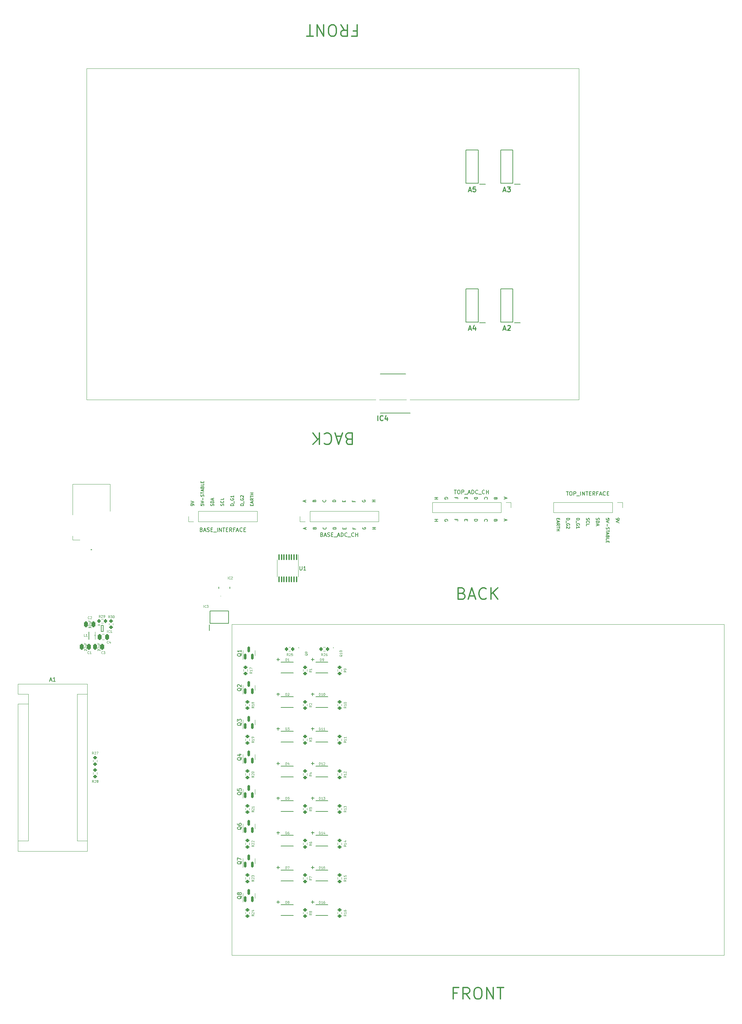
<source format=gto>
%TF.GenerationSoftware,KiCad,Pcbnew,(6.0.5)*%
%TF.CreationDate,2022-07-12T00:37:25-04:00*%
%TF.ProjectId,grouped,67726f75-7065-4642-9e6b-696361645f70,rev?*%
%TF.SameCoordinates,Original*%
%TF.FileFunction,Legend,Top*%
%TF.FilePolarity,Positive*%
%FSLAX46Y46*%
G04 Gerber Fmt 4.6, Leading zero omitted, Abs format (unit mm)*
G04 Created by KiCad (PCBNEW (6.0.5)) date 2022-07-12 00:37:25*
%MOMM*%
%LPD*%
G01*
G04 APERTURE LIST*
G04 Aperture macros list*
%AMRoundRect*
0 Rectangle with rounded corners*
0 $1 Rounding radius*
0 $2 $3 $4 $5 $6 $7 $8 $9 X,Y pos of 4 corners*
0 Add a 4 corners polygon primitive as box body*
4,1,4,$2,$3,$4,$5,$6,$7,$8,$9,$2,$3,0*
0 Add four circle primitives for the rounded corners*
1,1,$1+$1,$2,$3*
1,1,$1+$1,$4,$5*
1,1,$1+$1,$6,$7*
1,1,$1+$1,$8,$9*
0 Add four rect primitives between the rounded corners*
20,1,$1+$1,$2,$3,$4,$5,0*
20,1,$1+$1,$4,$5,$6,$7,0*
20,1,$1+$1,$6,$7,$8,$9,0*
20,1,$1+$1,$8,$9,$2,$3,0*%
G04 Aperture macros list end*
%ADD10C,0.100000*%
%ADD11C,0.150000*%
%ADD12C,0.300000*%
%ADD13C,0.254000*%
%ADD14C,0.120000*%
%ADD15C,0.200000*%
%ADD16RoundRect,0.200000X0.275000X-0.200000X0.275000X0.200000X-0.275000X0.200000X-0.275000X-0.200000X0*%
%ADD17RoundRect,0.250000X-0.250000X-0.475000X0.250000X-0.475000X0.250000X0.475000X-0.250000X0.475000X0*%
%ADD18R,1.700000X1.700000*%
%ADD19O,1.700000X1.700000*%
%ADD20C,2.500000*%
%ADD21R,2.120000X2.100000*%
%ADD22R,0.920000X2.100000*%
%ADD23RoundRect,0.200000X-0.275000X0.200000X-0.275000X-0.200000X0.275000X-0.200000X0.275000X0.200000X0*%
%ADD24RoundRect,0.250000X0.250000X0.475000X-0.250000X0.475000X-0.250000X-0.475000X0.250000X-0.475000X0*%
%ADD25R,1.525000X0.700000*%
%ADD26RoundRect,0.100000X-0.100000X0.637500X-0.100000X-0.637500X0.100000X-0.637500X0.100000X0.637500X0*%
%ADD27R,0.520000X0.270000*%
%ADD28R,0.520000X0.360000*%
%ADD29RoundRect,0.150000X0.150000X-0.587500X0.150000X0.587500X-0.150000X0.587500X-0.150000X-0.587500X0*%
%ADD30R,1.650000X1.450000*%
%ADD31R,0.800000X1.000000*%
%ADD32R,0.600000X1.000000*%
%ADD33RoundRect,0.200000X0.200000X0.275000X-0.200000X0.275000X-0.200000X-0.275000X0.200000X-0.275000X0*%
%ADD34R,1.600000X1.600000*%
%ADD35O,1.600000X1.600000*%
%ADD36R,0.492000X0.300000*%
%ADD37R,1.130000X1.130000*%
%ADD38C,1.130000*%
%ADD39C,5.460000*%
%ADD40R,0.650000X1.525000*%
G04 APERTURE END LIST*
D10*
X326421751Y-175800000D02*
X198421751Y-175800000D01*
X198421751Y-175800000D02*
X198421751Y-89800000D01*
X198421751Y-89800000D02*
X326421751Y-89800000D01*
X326421751Y-89800000D02*
X326421751Y-175800000D01*
X236200000Y-234100000D02*
X364200000Y-234100000D01*
X364200000Y-234100000D02*
X364200000Y-320100000D01*
X364200000Y-320100000D02*
X236200000Y-320100000D01*
X236200000Y-320100000D02*
X236200000Y-234100000D01*
D11*
X248580952Y-243271428D02*
X247819047Y-243271428D01*
X248200000Y-243652380D02*
X248200000Y-242890476D01*
X307204417Y-201149880D02*
X307204417Y-201530833D01*
X306975846Y-201073690D02*
X307775846Y-201340357D01*
X306975846Y-201607023D01*
X304818893Y-201454642D02*
X304780798Y-201568928D01*
X304742703Y-201607023D01*
X304666512Y-201645119D01*
X304552227Y-201645119D01*
X304476036Y-201607023D01*
X304437941Y-201568928D01*
X304399846Y-201492738D01*
X304399846Y-201187976D01*
X305199846Y-201187976D01*
X305199846Y-201454642D01*
X305161751Y-201530833D01*
X305123655Y-201568928D01*
X305047465Y-201607023D01*
X304971274Y-201607023D01*
X304895084Y-201568928D01*
X304856989Y-201530833D01*
X304818893Y-201454642D01*
X304818893Y-201187976D01*
X301900036Y-201645119D02*
X301861941Y-201607023D01*
X301823846Y-201492738D01*
X301823846Y-201416547D01*
X301861941Y-201302261D01*
X301938131Y-201226071D01*
X302014322Y-201187976D01*
X302166703Y-201149880D01*
X302280989Y-201149880D01*
X302433370Y-201187976D01*
X302509560Y-201226071D01*
X302585751Y-201302261D01*
X302623846Y-201416547D01*
X302623846Y-201492738D01*
X302585751Y-201607023D01*
X302547655Y-201645119D01*
X299247846Y-201187976D02*
X300047846Y-201187976D01*
X300047846Y-201378452D01*
X300009751Y-201492738D01*
X299933560Y-201568928D01*
X299857370Y-201607023D01*
X299704989Y-201645119D01*
X299590703Y-201645119D01*
X299438322Y-201607023D01*
X299362131Y-201568928D01*
X299285941Y-201492738D01*
X299247846Y-201378452D01*
X299247846Y-201187976D01*
X297090893Y-201187976D02*
X297090893Y-201454642D01*
X296671846Y-201568928D02*
X296671846Y-201187976D01*
X297471846Y-201187976D01*
X297471846Y-201568928D01*
X294514893Y-201454642D02*
X294514893Y-201187976D01*
X294095846Y-201187976D02*
X294895846Y-201187976D01*
X294895846Y-201568928D01*
X292281751Y-201607023D02*
X292319846Y-201530833D01*
X292319846Y-201416547D01*
X292281751Y-201302261D01*
X292205560Y-201226071D01*
X292129370Y-201187976D01*
X291976989Y-201149880D01*
X291862703Y-201149880D01*
X291710322Y-201187976D01*
X291634131Y-201226071D01*
X291557941Y-201302261D01*
X291519846Y-201416547D01*
X291519846Y-201492738D01*
X291557941Y-201607023D01*
X291596036Y-201645119D01*
X291862703Y-201645119D01*
X291862703Y-201492738D01*
X288943846Y-201187976D02*
X289743846Y-201187976D01*
X289362893Y-201187976D02*
X289362893Y-201645119D01*
X288943846Y-201645119D02*
X289743846Y-201645119D01*
X248580952Y-270271428D02*
X247819047Y-270271428D01*
X248200000Y-270652380D02*
X248200000Y-269890476D01*
X248580952Y-297271428D02*
X247819047Y-297271428D01*
X248200000Y-297652380D02*
X248200000Y-296890476D01*
X248580952Y-279271428D02*
X247819047Y-279271428D01*
X248200000Y-279652380D02*
X248200000Y-278890476D01*
X257580952Y-252271428D02*
X256819047Y-252271428D01*
X257200000Y-252652380D02*
X257200000Y-251890476D01*
D12*
X294742857Y-329885714D02*
X293742857Y-329885714D01*
X293742857Y-331457142D02*
X293742857Y-328457142D01*
X295171428Y-328457142D01*
X298028571Y-331457142D02*
X297028571Y-330028571D01*
X296314285Y-331457142D02*
X296314285Y-328457142D01*
X297457142Y-328457142D01*
X297742857Y-328600000D01*
X297885714Y-328742857D01*
X298028571Y-329028571D01*
X298028571Y-329457142D01*
X297885714Y-329742857D01*
X297742857Y-329885714D01*
X297457142Y-330028571D01*
X296314285Y-330028571D01*
X299885714Y-328457142D02*
X300457142Y-328457142D01*
X300742857Y-328600000D01*
X301028571Y-328885714D01*
X301171428Y-329457142D01*
X301171428Y-330457142D01*
X301028571Y-331028571D01*
X300742857Y-331314285D01*
X300457142Y-331457142D01*
X299885714Y-331457142D01*
X299600000Y-331314285D01*
X299314285Y-331028571D01*
X299171428Y-330457142D01*
X299171428Y-329457142D01*
X299314285Y-328885714D01*
X299600000Y-328600000D01*
X299885714Y-328457142D01*
X302457142Y-331457142D02*
X302457142Y-328457142D01*
X304171428Y-331457142D01*
X304171428Y-328457142D01*
X305171428Y-328457142D02*
X306885714Y-328457142D01*
X306028571Y-331457142D02*
X306028571Y-328457142D01*
D11*
X248580952Y-306271428D02*
X247819047Y-306271428D01*
X248200000Y-306652380D02*
X248200000Y-305890476D01*
X257580952Y-288271428D02*
X256819047Y-288271428D01*
X257200000Y-288652380D02*
X257200000Y-287890476D01*
D12*
X296027529Y-226085714D02*
X296456100Y-226228571D01*
X296598958Y-226371428D01*
X296741815Y-226657142D01*
X296741815Y-227085714D01*
X296598958Y-227371428D01*
X296456100Y-227514285D01*
X296170386Y-227657142D01*
X295027529Y-227657142D01*
X295027529Y-224657142D01*
X296027529Y-224657142D01*
X296313243Y-224800000D01*
X296456100Y-224942857D01*
X296598958Y-225228571D01*
X296598958Y-225514285D01*
X296456100Y-225800000D01*
X296313243Y-225942857D01*
X296027529Y-226085714D01*
X295027529Y-226085714D01*
X297884672Y-226800000D02*
X299313243Y-226800000D01*
X297598958Y-227657142D02*
X298598958Y-224657142D01*
X299598958Y-227657142D01*
X302313243Y-227371428D02*
X302170386Y-227514285D01*
X301741815Y-227657142D01*
X301456100Y-227657142D01*
X301027529Y-227514285D01*
X300741815Y-227228571D01*
X300598958Y-226942857D01*
X300456100Y-226371428D01*
X300456100Y-225942857D01*
X300598958Y-225371428D01*
X300741815Y-225085714D01*
X301027529Y-224800000D01*
X301456100Y-224657142D01*
X301741815Y-224657142D01*
X302170386Y-224800000D01*
X302313243Y-224942857D01*
X303598958Y-227657142D02*
X303598958Y-224657142D01*
X305313243Y-227657142D02*
X304027529Y-225942857D01*
X305313243Y-224657142D02*
X303598958Y-226371428D01*
D11*
X226333904Y-203273928D02*
X226333904Y-203121547D01*
X226295809Y-203045357D01*
X226257714Y-203007261D01*
X226143428Y-202931071D01*
X225991047Y-202892976D01*
X225686285Y-202892976D01*
X225610095Y-202931071D01*
X225572000Y-202969166D01*
X225533904Y-203045357D01*
X225533904Y-203197738D01*
X225572000Y-203273928D01*
X225610095Y-203312023D01*
X225686285Y-203350119D01*
X225876761Y-203350119D01*
X225952952Y-203312023D01*
X225991047Y-203273928D01*
X226029142Y-203197738D01*
X226029142Y-203045357D01*
X225991047Y-202969166D01*
X225952952Y-202931071D01*
X225876761Y-202892976D01*
X225533904Y-202664404D02*
X226333904Y-202397738D01*
X225533904Y-202131071D01*
X228109904Y-202931071D02*
X228109904Y-203312023D01*
X228490857Y-203350119D01*
X228452761Y-203312023D01*
X228414666Y-203235833D01*
X228414666Y-203045357D01*
X228452761Y-202969166D01*
X228490857Y-202931071D01*
X228567047Y-202892976D01*
X228757523Y-202892976D01*
X228833714Y-202931071D01*
X228871809Y-202969166D01*
X228909904Y-203045357D01*
X228909904Y-203235833D01*
X228871809Y-203312023D01*
X228833714Y-203350119D01*
X228109904Y-202664404D02*
X228909904Y-202397738D01*
X228109904Y-202131071D01*
X228605142Y-201864404D02*
X228605142Y-201254880D01*
X228871809Y-200912023D02*
X228909904Y-200797738D01*
X228909904Y-200607261D01*
X228871809Y-200531071D01*
X228833714Y-200492976D01*
X228757523Y-200454880D01*
X228681333Y-200454880D01*
X228605142Y-200492976D01*
X228567047Y-200531071D01*
X228528952Y-200607261D01*
X228490857Y-200759642D01*
X228452761Y-200835833D01*
X228414666Y-200873928D01*
X228338476Y-200912023D01*
X228262285Y-200912023D01*
X228186095Y-200873928D01*
X228148000Y-200835833D01*
X228109904Y-200759642D01*
X228109904Y-200569166D01*
X228148000Y-200454880D01*
X228109904Y-200226309D02*
X228109904Y-199769166D01*
X228909904Y-199997738D02*
X228109904Y-199997738D01*
X228681333Y-199540595D02*
X228681333Y-199159642D01*
X228909904Y-199616785D02*
X228109904Y-199350119D01*
X228909904Y-199083452D01*
X228490857Y-198550119D02*
X228528952Y-198435833D01*
X228567047Y-198397738D01*
X228643238Y-198359642D01*
X228757523Y-198359642D01*
X228833714Y-198397738D01*
X228871809Y-198435833D01*
X228909904Y-198512023D01*
X228909904Y-198816785D01*
X228109904Y-198816785D01*
X228109904Y-198550119D01*
X228148000Y-198473928D01*
X228186095Y-198435833D01*
X228262285Y-198397738D01*
X228338476Y-198397738D01*
X228414666Y-198435833D01*
X228452761Y-198473928D01*
X228490857Y-198550119D01*
X228490857Y-198816785D01*
X228909904Y-197635833D02*
X228909904Y-198016785D01*
X228109904Y-198016785D01*
X228490857Y-197369166D02*
X228490857Y-197102500D01*
X228909904Y-196988214D02*
X228909904Y-197369166D01*
X228109904Y-197369166D01*
X228109904Y-196988214D01*
X231447809Y-203350119D02*
X231485904Y-203235833D01*
X231485904Y-203045357D01*
X231447809Y-202969166D01*
X231409714Y-202931071D01*
X231333523Y-202892976D01*
X231257333Y-202892976D01*
X231181142Y-202931071D01*
X231143047Y-202969166D01*
X231104952Y-203045357D01*
X231066857Y-203197738D01*
X231028761Y-203273928D01*
X230990666Y-203312023D01*
X230914476Y-203350119D01*
X230838285Y-203350119D01*
X230762095Y-203312023D01*
X230724000Y-203273928D01*
X230685904Y-203197738D01*
X230685904Y-203007261D01*
X230724000Y-202892976D01*
X231485904Y-202550119D02*
X230685904Y-202550119D01*
X230685904Y-202359642D01*
X230724000Y-202245357D01*
X230800190Y-202169166D01*
X230876380Y-202131071D01*
X231028761Y-202092976D01*
X231143047Y-202092976D01*
X231295428Y-202131071D01*
X231371619Y-202169166D01*
X231447809Y-202245357D01*
X231485904Y-202359642D01*
X231485904Y-202550119D01*
X231257333Y-201788214D02*
X231257333Y-201407261D01*
X231485904Y-201864404D02*
X230685904Y-201597738D01*
X231485904Y-201331071D01*
X234023809Y-203350119D02*
X234061904Y-203235833D01*
X234061904Y-203045357D01*
X234023809Y-202969166D01*
X233985714Y-202931071D01*
X233909523Y-202892976D01*
X233833333Y-202892976D01*
X233757142Y-202931071D01*
X233719047Y-202969166D01*
X233680952Y-203045357D01*
X233642857Y-203197738D01*
X233604761Y-203273928D01*
X233566666Y-203312023D01*
X233490476Y-203350119D01*
X233414285Y-203350119D01*
X233338095Y-203312023D01*
X233300000Y-203273928D01*
X233261904Y-203197738D01*
X233261904Y-203007261D01*
X233300000Y-202892976D01*
X233985714Y-202092976D02*
X234023809Y-202131071D01*
X234061904Y-202245357D01*
X234061904Y-202321547D01*
X234023809Y-202435833D01*
X233947619Y-202512023D01*
X233871428Y-202550119D01*
X233719047Y-202588214D01*
X233604761Y-202588214D01*
X233452380Y-202550119D01*
X233376190Y-202512023D01*
X233300000Y-202435833D01*
X233261904Y-202321547D01*
X233261904Y-202245357D01*
X233300000Y-202131071D01*
X233338095Y-202092976D01*
X234061904Y-201369166D02*
X234061904Y-201750119D01*
X233261904Y-201750119D01*
X236637904Y-203312023D02*
X235837904Y-203312023D01*
X235837904Y-203121547D01*
X235876000Y-203007261D01*
X235952190Y-202931071D01*
X236028380Y-202892976D01*
X236180761Y-202854880D01*
X236295047Y-202854880D01*
X236447428Y-202892976D01*
X236523619Y-202931071D01*
X236599809Y-203007261D01*
X236637904Y-203121547D01*
X236637904Y-203312023D01*
X236714095Y-202702500D02*
X236714095Y-202092976D01*
X235876000Y-201483452D02*
X235837904Y-201559642D01*
X235837904Y-201673928D01*
X235876000Y-201788214D01*
X235952190Y-201864404D01*
X236028380Y-201902500D01*
X236180761Y-201940595D01*
X236295047Y-201940595D01*
X236447428Y-201902500D01*
X236523619Y-201864404D01*
X236599809Y-201788214D01*
X236637904Y-201673928D01*
X236637904Y-201597738D01*
X236599809Y-201483452D01*
X236561714Y-201445357D01*
X236295047Y-201445357D01*
X236295047Y-201597738D01*
X236637904Y-200683452D02*
X236637904Y-201140595D01*
X236637904Y-200912023D02*
X235837904Y-200912023D01*
X235952190Y-200988214D01*
X236028380Y-201064404D01*
X236066476Y-201140595D01*
X239213904Y-203312023D02*
X238413904Y-203312023D01*
X238413904Y-203121547D01*
X238452000Y-203007261D01*
X238528190Y-202931071D01*
X238604380Y-202892976D01*
X238756761Y-202854880D01*
X238871047Y-202854880D01*
X239023428Y-202892976D01*
X239099619Y-202931071D01*
X239175809Y-203007261D01*
X239213904Y-203121547D01*
X239213904Y-203312023D01*
X239290095Y-202702500D02*
X239290095Y-202092976D01*
X238452000Y-201483452D02*
X238413904Y-201559642D01*
X238413904Y-201673928D01*
X238452000Y-201788214D01*
X238528190Y-201864404D01*
X238604380Y-201902500D01*
X238756761Y-201940595D01*
X238871047Y-201940595D01*
X239023428Y-201902500D01*
X239099619Y-201864404D01*
X239175809Y-201788214D01*
X239213904Y-201673928D01*
X239213904Y-201597738D01*
X239175809Y-201483452D01*
X239137714Y-201445357D01*
X238871047Y-201445357D01*
X238871047Y-201597738D01*
X238490095Y-201140595D02*
X238452000Y-201102500D01*
X238413904Y-201026309D01*
X238413904Y-200835833D01*
X238452000Y-200759642D01*
X238490095Y-200721547D01*
X238566285Y-200683452D01*
X238642476Y-200683452D01*
X238756761Y-200721547D01*
X239213904Y-201178690D01*
X239213904Y-200683452D01*
X241370857Y-203312023D02*
X241370857Y-203045357D01*
X241789904Y-202931071D02*
X241789904Y-203312023D01*
X240989904Y-203312023D01*
X240989904Y-202931071D01*
X241561333Y-202626309D02*
X241561333Y-202245357D01*
X241789904Y-202702500D02*
X240989904Y-202435833D01*
X241789904Y-202169166D01*
X241789904Y-201445357D02*
X241408952Y-201712023D01*
X241789904Y-201902500D02*
X240989904Y-201902500D01*
X240989904Y-201597738D01*
X241028000Y-201521547D01*
X241066095Y-201483452D01*
X241142285Y-201445357D01*
X241256571Y-201445357D01*
X241332761Y-201483452D01*
X241370857Y-201521547D01*
X241408952Y-201597738D01*
X241408952Y-201902500D01*
X240989904Y-201216785D02*
X240989904Y-200759642D01*
X241789904Y-200988214D02*
X240989904Y-200988214D01*
X241789904Y-200492976D02*
X240989904Y-200492976D01*
X241370857Y-200492976D02*
X241370857Y-200035833D01*
X241789904Y-200035833D02*
X240989904Y-200035833D01*
X257580952Y-243271428D02*
X256819047Y-243271428D01*
X257200000Y-243652380D02*
X257200000Y-242890476D01*
X307204417Y-206849880D02*
X307204417Y-207230833D01*
X306975846Y-206773690D02*
X307775846Y-207040357D01*
X306975846Y-207307023D01*
X304818893Y-207154642D02*
X304780798Y-207268928D01*
X304742703Y-207307023D01*
X304666512Y-207345119D01*
X304552227Y-207345119D01*
X304476036Y-207307023D01*
X304437941Y-207268928D01*
X304399846Y-207192738D01*
X304399846Y-206887976D01*
X305199846Y-206887976D01*
X305199846Y-207154642D01*
X305161751Y-207230833D01*
X305123655Y-207268928D01*
X305047465Y-207307023D01*
X304971274Y-207307023D01*
X304895084Y-207268928D01*
X304856989Y-207230833D01*
X304818893Y-207154642D01*
X304818893Y-206887976D01*
X301900036Y-207345119D02*
X301861941Y-207307023D01*
X301823846Y-207192738D01*
X301823846Y-207116547D01*
X301861941Y-207002261D01*
X301938131Y-206926071D01*
X302014322Y-206887976D01*
X302166703Y-206849880D01*
X302280989Y-206849880D01*
X302433370Y-206887976D01*
X302509560Y-206926071D01*
X302585751Y-207002261D01*
X302623846Y-207116547D01*
X302623846Y-207192738D01*
X302585751Y-207307023D01*
X302547655Y-207345119D01*
X299247846Y-206887976D02*
X300047846Y-206887976D01*
X300047846Y-207078452D01*
X300009751Y-207192738D01*
X299933560Y-207268928D01*
X299857370Y-207307023D01*
X299704989Y-207345119D01*
X299590703Y-207345119D01*
X299438322Y-207307023D01*
X299362131Y-207268928D01*
X299285941Y-207192738D01*
X299247846Y-207078452D01*
X299247846Y-206887976D01*
X297090893Y-206887976D02*
X297090893Y-207154642D01*
X296671846Y-207268928D02*
X296671846Y-206887976D01*
X297471846Y-206887976D01*
X297471846Y-207268928D01*
X294514893Y-207154642D02*
X294514893Y-206887976D01*
X294095846Y-206887976D02*
X294895846Y-206887976D01*
X294895846Y-207268928D01*
X292281751Y-207307023D02*
X292319846Y-207230833D01*
X292319846Y-207116547D01*
X292281751Y-207002261D01*
X292205560Y-206926071D01*
X292129370Y-206887976D01*
X291976989Y-206849880D01*
X291862703Y-206849880D01*
X291710322Y-206887976D01*
X291634131Y-206926071D01*
X291557941Y-207002261D01*
X291519846Y-207116547D01*
X291519846Y-207192738D01*
X291557941Y-207307023D01*
X291596036Y-207345119D01*
X291862703Y-207345119D01*
X291862703Y-207192738D01*
X288943846Y-206887976D02*
X289743846Y-206887976D01*
X289362893Y-206887976D02*
X289362893Y-207345119D01*
X288943846Y-207345119D02*
X289743846Y-207345119D01*
X255317333Y-209450119D02*
X255317333Y-209069166D01*
X255545904Y-209526309D02*
X254745904Y-209259642D01*
X255545904Y-208992976D01*
X257702857Y-209145357D02*
X257740952Y-209031071D01*
X257779047Y-208992976D01*
X257855238Y-208954880D01*
X257969523Y-208954880D01*
X258045714Y-208992976D01*
X258083809Y-209031071D01*
X258121904Y-209107261D01*
X258121904Y-209412023D01*
X257321904Y-209412023D01*
X257321904Y-209145357D01*
X257360000Y-209069166D01*
X257398095Y-209031071D01*
X257474285Y-208992976D01*
X257550476Y-208992976D01*
X257626666Y-209031071D01*
X257664761Y-209069166D01*
X257702857Y-209145357D01*
X257702857Y-209412023D01*
X260621714Y-208954880D02*
X260659809Y-208992976D01*
X260697904Y-209107261D01*
X260697904Y-209183452D01*
X260659809Y-209297738D01*
X260583619Y-209373928D01*
X260507428Y-209412023D01*
X260355047Y-209450119D01*
X260240761Y-209450119D01*
X260088380Y-209412023D01*
X260012190Y-209373928D01*
X259936000Y-209297738D01*
X259897904Y-209183452D01*
X259897904Y-209107261D01*
X259936000Y-208992976D01*
X259974095Y-208954880D01*
X263273904Y-209412023D02*
X262473904Y-209412023D01*
X262473904Y-209221547D01*
X262512000Y-209107261D01*
X262588190Y-209031071D01*
X262664380Y-208992976D01*
X262816761Y-208954880D01*
X262931047Y-208954880D01*
X263083428Y-208992976D01*
X263159619Y-209031071D01*
X263235809Y-209107261D01*
X263273904Y-209221547D01*
X263273904Y-209412023D01*
X265430857Y-209412023D02*
X265430857Y-209145357D01*
X265849904Y-209031071D02*
X265849904Y-209412023D01*
X265049904Y-209412023D01*
X265049904Y-209031071D01*
X268006857Y-209145357D02*
X268006857Y-209412023D01*
X268425904Y-209412023D02*
X267625904Y-209412023D01*
X267625904Y-209031071D01*
X270240000Y-208992976D02*
X270201904Y-209069166D01*
X270201904Y-209183452D01*
X270240000Y-209297738D01*
X270316190Y-209373928D01*
X270392380Y-209412023D01*
X270544761Y-209450119D01*
X270659047Y-209450119D01*
X270811428Y-209412023D01*
X270887619Y-209373928D01*
X270963809Y-209297738D01*
X271001904Y-209183452D01*
X271001904Y-209107261D01*
X270963809Y-208992976D01*
X270925714Y-208954880D01*
X270659047Y-208954880D01*
X270659047Y-209107261D01*
X273577904Y-209412023D02*
X272777904Y-209412023D01*
X273158857Y-209412023D02*
X273158857Y-208954880D01*
X273577904Y-208954880D02*
X272777904Y-208954880D01*
X257580952Y-306271428D02*
X256819047Y-306271428D01*
X257200000Y-306652380D02*
X257200000Y-305890476D01*
X248580952Y-252271428D02*
X247819047Y-252271428D01*
X248200000Y-252652380D02*
X248200000Y-251890476D01*
X336087846Y-206626071D02*
X336087846Y-206778452D01*
X336125941Y-206854642D01*
X336164036Y-206892738D01*
X336278322Y-206968928D01*
X336430703Y-207007023D01*
X336735465Y-207007023D01*
X336811655Y-206968928D01*
X336849751Y-206930833D01*
X336887846Y-206854642D01*
X336887846Y-206702261D01*
X336849751Y-206626071D01*
X336811655Y-206587976D01*
X336735465Y-206549880D01*
X336544989Y-206549880D01*
X336468798Y-206587976D01*
X336430703Y-206626071D01*
X336392608Y-206702261D01*
X336392608Y-206854642D01*
X336430703Y-206930833D01*
X336468798Y-206968928D01*
X336544989Y-207007023D01*
X336887846Y-207235595D02*
X336087846Y-207502261D01*
X336887846Y-207768928D01*
X334311846Y-206968928D02*
X334311846Y-206587976D01*
X333930893Y-206549880D01*
X333968989Y-206587976D01*
X334007084Y-206664166D01*
X334007084Y-206854642D01*
X333968989Y-206930833D01*
X333930893Y-206968928D01*
X333854703Y-207007023D01*
X333664227Y-207007023D01*
X333588036Y-206968928D01*
X333549941Y-206930833D01*
X333511846Y-206854642D01*
X333511846Y-206664166D01*
X333549941Y-206587976D01*
X333588036Y-206549880D01*
X334311846Y-207235595D02*
X333511846Y-207502261D01*
X334311846Y-207768928D01*
X333816608Y-208035595D02*
X333816608Y-208645119D01*
X333549941Y-208987976D02*
X333511846Y-209102261D01*
X333511846Y-209292738D01*
X333549941Y-209368928D01*
X333588036Y-209407023D01*
X333664227Y-209445119D01*
X333740417Y-209445119D01*
X333816608Y-209407023D01*
X333854703Y-209368928D01*
X333892798Y-209292738D01*
X333930893Y-209140357D01*
X333968989Y-209064166D01*
X334007084Y-209026071D01*
X334083274Y-208987976D01*
X334159465Y-208987976D01*
X334235655Y-209026071D01*
X334273751Y-209064166D01*
X334311846Y-209140357D01*
X334311846Y-209330833D01*
X334273751Y-209445119D01*
X334311846Y-209673690D02*
X334311846Y-210130833D01*
X333511846Y-209902261D02*
X334311846Y-209902261D01*
X333740417Y-210359404D02*
X333740417Y-210740357D01*
X333511846Y-210283214D02*
X334311846Y-210549880D01*
X333511846Y-210816547D01*
X333930893Y-211349880D02*
X333892798Y-211464166D01*
X333854703Y-211502261D01*
X333778512Y-211540357D01*
X333664227Y-211540357D01*
X333588036Y-211502261D01*
X333549941Y-211464166D01*
X333511846Y-211387976D01*
X333511846Y-211083214D01*
X334311846Y-211083214D01*
X334311846Y-211349880D01*
X334273751Y-211426071D01*
X334235655Y-211464166D01*
X334159465Y-211502261D01*
X334083274Y-211502261D01*
X334007084Y-211464166D01*
X333968989Y-211426071D01*
X333930893Y-211349880D01*
X333930893Y-211083214D01*
X333511846Y-212264166D02*
X333511846Y-211883214D01*
X334311846Y-211883214D01*
X333930893Y-212530833D02*
X333930893Y-212797500D01*
X333511846Y-212911785D02*
X333511846Y-212530833D01*
X334311846Y-212530833D01*
X334311846Y-212911785D01*
X330973941Y-206549880D02*
X330935846Y-206664166D01*
X330935846Y-206854642D01*
X330973941Y-206930833D01*
X331012036Y-206968928D01*
X331088227Y-207007023D01*
X331164417Y-207007023D01*
X331240608Y-206968928D01*
X331278703Y-206930833D01*
X331316798Y-206854642D01*
X331354893Y-206702261D01*
X331392989Y-206626071D01*
X331431084Y-206587976D01*
X331507274Y-206549880D01*
X331583465Y-206549880D01*
X331659655Y-206587976D01*
X331697751Y-206626071D01*
X331735846Y-206702261D01*
X331735846Y-206892738D01*
X331697751Y-207007023D01*
X330935846Y-207349880D02*
X331735846Y-207349880D01*
X331735846Y-207540357D01*
X331697751Y-207654642D01*
X331621560Y-207730833D01*
X331545370Y-207768928D01*
X331392989Y-207807023D01*
X331278703Y-207807023D01*
X331126322Y-207768928D01*
X331050131Y-207730833D01*
X330973941Y-207654642D01*
X330935846Y-207540357D01*
X330935846Y-207349880D01*
X331164417Y-208111785D02*
X331164417Y-208492738D01*
X330935846Y-208035595D02*
X331735846Y-208302261D01*
X330935846Y-208568928D01*
X328397941Y-206549880D02*
X328359846Y-206664166D01*
X328359846Y-206854642D01*
X328397941Y-206930833D01*
X328436036Y-206968928D01*
X328512227Y-207007023D01*
X328588417Y-207007023D01*
X328664608Y-206968928D01*
X328702703Y-206930833D01*
X328740798Y-206854642D01*
X328778893Y-206702261D01*
X328816989Y-206626071D01*
X328855084Y-206587976D01*
X328931274Y-206549880D01*
X329007465Y-206549880D01*
X329083655Y-206587976D01*
X329121751Y-206626071D01*
X329159846Y-206702261D01*
X329159846Y-206892738D01*
X329121751Y-207007023D01*
X328436036Y-207807023D02*
X328397941Y-207768928D01*
X328359846Y-207654642D01*
X328359846Y-207578452D01*
X328397941Y-207464166D01*
X328474131Y-207387976D01*
X328550322Y-207349880D01*
X328702703Y-207311785D01*
X328816989Y-207311785D01*
X328969370Y-207349880D01*
X329045560Y-207387976D01*
X329121751Y-207464166D01*
X329159846Y-207578452D01*
X329159846Y-207654642D01*
X329121751Y-207768928D01*
X329083655Y-207807023D01*
X328359846Y-208530833D02*
X328359846Y-208149880D01*
X329159846Y-208149880D01*
X325783846Y-206587976D02*
X326583846Y-206587976D01*
X326583846Y-206778452D01*
X326545751Y-206892738D01*
X326469560Y-206968928D01*
X326393370Y-207007023D01*
X326240989Y-207045119D01*
X326126703Y-207045119D01*
X325974322Y-207007023D01*
X325898131Y-206968928D01*
X325821941Y-206892738D01*
X325783846Y-206778452D01*
X325783846Y-206587976D01*
X325707655Y-207197500D02*
X325707655Y-207807023D01*
X326545751Y-208416547D02*
X326583846Y-208340357D01*
X326583846Y-208226071D01*
X326545751Y-208111785D01*
X326469560Y-208035595D01*
X326393370Y-207997500D01*
X326240989Y-207959404D01*
X326126703Y-207959404D01*
X325974322Y-207997500D01*
X325898131Y-208035595D01*
X325821941Y-208111785D01*
X325783846Y-208226071D01*
X325783846Y-208302261D01*
X325821941Y-208416547D01*
X325860036Y-208454642D01*
X326126703Y-208454642D01*
X326126703Y-208302261D01*
X325783846Y-209216547D02*
X325783846Y-208759404D01*
X325783846Y-208987976D02*
X326583846Y-208987976D01*
X326469560Y-208911785D01*
X326393370Y-208835595D01*
X326355274Y-208759404D01*
X323207846Y-206587976D02*
X324007846Y-206587976D01*
X324007846Y-206778452D01*
X323969751Y-206892738D01*
X323893560Y-206968928D01*
X323817370Y-207007023D01*
X323664989Y-207045119D01*
X323550703Y-207045119D01*
X323398322Y-207007023D01*
X323322131Y-206968928D01*
X323245941Y-206892738D01*
X323207846Y-206778452D01*
X323207846Y-206587976D01*
X323131655Y-207197500D02*
X323131655Y-207807023D01*
X323969751Y-208416547D02*
X324007846Y-208340357D01*
X324007846Y-208226071D01*
X323969751Y-208111785D01*
X323893560Y-208035595D01*
X323817370Y-207997500D01*
X323664989Y-207959404D01*
X323550703Y-207959404D01*
X323398322Y-207997500D01*
X323322131Y-208035595D01*
X323245941Y-208111785D01*
X323207846Y-208226071D01*
X323207846Y-208302261D01*
X323245941Y-208416547D01*
X323284036Y-208454642D01*
X323550703Y-208454642D01*
X323550703Y-208302261D01*
X323931655Y-208759404D02*
X323969751Y-208797500D01*
X324007846Y-208873690D01*
X324007846Y-209064166D01*
X323969751Y-209140357D01*
X323931655Y-209178452D01*
X323855465Y-209216547D01*
X323779274Y-209216547D01*
X323664989Y-209178452D01*
X323207846Y-208721309D01*
X323207846Y-209216547D01*
X321050893Y-206587976D02*
X321050893Y-206854642D01*
X320631846Y-206968928D02*
X320631846Y-206587976D01*
X321431846Y-206587976D01*
X321431846Y-206968928D01*
X320860417Y-207273690D02*
X320860417Y-207654642D01*
X320631846Y-207197500D02*
X321431846Y-207464166D01*
X320631846Y-207730833D01*
X320631846Y-208454642D02*
X321012798Y-208187976D01*
X320631846Y-207997500D02*
X321431846Y-207997500D01*
X321431846Y-208302261D01*
X321393751Y-208378452D01*
X321355655Y-208416547D01*
X321279465Y-208454642D01*
X321165179Y-208454642D01*
X321088989Y-208416547D01*
X321050893Y-208378452D01*
X321012798Y-208302261D01*
X321012798Y-207997500D01*
X321431846Y-208683214D02*
X321431846Y-209140357D01*
X320631846Y-208911785D02*
X321431846Y-208911785D01*
X320631846Y-209407023D02*
X321431846Y-209407023D01*
X321050893Y-209407023D02*
X321050893Y-209864166D01*
X320631846Y-209864166D02*
X321431846Y-209864166D01*
X248580952Y-288271428D02*
X247819047Y-288271428D01*
X248200000Y-288652380D02*
X248200000Y-287890476D01*
D12*
X267778893Y-80014285D02*
X268778893Y-80014285D01*
X268778893Y-78442857D02*
X268778893Y-81442857D01*
X267350322Y-81442857D01*
X264493179Y-78442857D02*
X265493179Y-79871428D01*
X266207465Y-78442857D02*
X266207465Y-81442857D01*
X265064608Y-81442857D01*
X264778893Y-81300000D01*
X264636036Y-81157142D01*
X264493179Y-80871428D01*
X264493179Y-80442857D01*
X264636036Y-80157142D01*
X264778893Y-80014285D01*
X265064608Y-79871428D01*
X266207465Y-79871428D01*
X262636036Y-81442857D02*
X262064608Y-81442857D01*
X261778893Y-81300000D01*
X261493179Y-81014285D01*
X261350322Y-80442857D01*
X261350322Y-79442857D01*
X261493179Y-78871428D01*
X261778893Y-78585714D01*
X262064608Y-78442857D01*
X262636036Y-78442857D01*
X262921751Y-78585714D01*
X263207465Y-78871428D01*
X263350322Y-79442857D01*
X263350322Y-80442857D01*
X263207465Y-81014285D01*
X262921751Y-81300000D01*
X262636036Y-81442857D01*
X260064608Y-78442857D02*
X260064608Y-81442857D01*
X258350322Y-78442857D01*
X258350322Y-81442857D01*
X257350322Y-81442857D02*
X255636036Y-81442857D01*
X256493179Y-78442857D02*
X256493179Y-81442857D01*
D11*
X257580952Y-270271428D02*
X256819047Y-270271428D01*
X257200000Y-270652380D02*
X257200000Y-269890476D01*
X257580952Y-279271428D02*
X256819047Y-279271428D01*
X257200000Y-279652380D02*
X257200000Y-278890476D01*
D12*
X266531464Y-186014285D02*
X266102893Y-185871428D01*
X265960036Y-185728571D01*
X265817178Y-185442857D01*
X265817178Y-185014285D01*
X265960036Y-184728571D01*
X266102893Y-184585714D01*
X266388607Y-184442857D01*
X267531464Y-184442857D01*
X267531464Y-187442857D01*
X266531464Y-187442857D01*
X266245750Y-187300000D01*
X266102893Y-187157142D01*
X265960036Y-186871428D01*
X265960036Y-186585714D01*
X266102893Y-186300000D01*
X266245750Y-186157142D01*
X266531464Y-186014285D01*
X267531464Y-186014285D01*
X264674321Y-185300000D02*
X263245750Y-185300000D01*
X264960036Y-184442857D02*
X263960036Y-187442857D01*
X262960036Y-184442857D01*
X260245750Y-184728571D02*
X260388607Y-184585714D01*
X260817178Y-184442857D01*
X261102893Y-184442857D01*
X261531464Y-184585714D01*
X261817178Y-184871428D01*
X261960036Y-185157142D01*
X262102893Y-185728571D01*
X262102893Y-186157142D01*
X261960036Y-186728571D01*
X261817178Y-187014285D01*
X261531464Y-187300000D01*
X261102893Y-187442857D01*
X260817178Y-187442857D01*
X260388607Y-187300000D01*
X260245750Y-187157142D01*
X258960036Y-184442857D02*
X258960036Y-187442857D01*
X257245750Y-184442857D02*
X258531464Y-186157142D01*
X257245750Y-187442857D02*
X258960036Y-185728571D01*
D11*
X255217333Y-202350119D02*
X255217333Y-201969166D01*
X255445904Y-202426309D02*
X254645904Y-202159642D01*
X255445904Y-201892976D01*
X257602857Y-202045357D02*
X257640952Y-201931071D01*
X257679047Y-201892976D01*
X257755238Y-201854880D01*
X257869523Y-201854880D01*
X257945714Y-201892976D01*
X257983809Y-201931071D01*
X258021904Y-202007261D01*
X258021904Y-202312023D01*
X257221904Y-202312023D01*
X257221904Y-202045357D01*
X257260000Y-201969166D01*
X257298095Y-201931071D01*
X257374285Y-201892976D01*
X257450476Y-201892976D01*
X257526666Y-201931071D01*
X257564761Y-201969166D01*
X257602857Y-202045357D01*
X257602857Y-202312023D01*
X260521714Y-201854880D02*
X260559809Y-201892976D01*
X260597904Y-202007261D01*
X260597904Y-202083452D01*
X260559809Y-202197738D01*
X260483619Y-202273928D01*
X260407428Y-202312023D01*
X260255047Y-202350119D01*
X260140761Y-202350119D01*
X259988380Y-202312023D01*
X259912190Y-202273928D01*
X259836000Y-202197738D01*
X259797904Y-202083452D01*
X259797904Y-202007261D01*
X259836000Y-201892976D01*
X259874095Y-201854880D01*
X263173904Y-202312023D02*
X262373904Y-202312023D01*
X262373904Y-202121547D01*
X262412000Y-202007261D01*
X262488190Y-201931071D01*
X262564380Y-201892976D01*
X262716761Y-201854880D01*
X262831047Y-201854880D01*
X262983428Y-201892976D01*
X263059619Y-201931071D01*
X263135809Y-202007261D01*
X263173904Y-202121547D01*
X263173904Y-202312023D01*
X265330857Y-202312023D02*
X265330857Y-202045357D01*
X265749904Y-201931071D02*
X265749904Y-202312023D01*
X264949904Y-202312023D01*
X264949904Y-201931071D01*
X267906857Y-202045357D02*
X267906857Y-202312023D01*
X268325904Y-202312023D02*
X267525904Y-202312023D01*
X267525904Y-201931071D01*
X270140000Y-201892976D02*
X270101904Y-201969166D01*
X270101904Y-202083452D01*
X270140000Y-202197738D01*
X270216190Y-202273928D01*
X270292380Y-202312023D01*
X270444761Y-202350119D01*
X270559047Y-202350119D01*
X270711428Y-202312023D01*
X270787619Y-202273928D01*
X270863809Y-202197738D01*
X270901904Y-202083452D01*
X270901904Y-202007261D01*
X270863809Y-201892976D01*
X270825714Y-201854880D01*
X270559047Y-201854880D01*
X270559047Y-202007261D01*
X273477904Y-202312023D02*
X272677904Y-202312023D01*
X273058857Y-202312023D02*
X273058857Y-201854880D01*
X273477904Y-201854880D02*
X272677904Y-201854880D01*
X257580952Y-297271428D02*
X256819047Y-297271428D01*
X257200000Y-297652380D02*
X257200000Y-296890476D01*
X257580952Y-261271428D02*
X256819047Y-261271428D01*
X257200000Y-261652380D02*
X257200000Y-260890476D01*
X248580952Y-261271428D02*
X247819047Y-261271428D01*
X248200000Y-261652380D02*
X248200000Y-260890476D01*
D10*
X204414285Y-232446428D02*
X204214285Y-232160714D01*
X204071428Y-232446428D02*
X204071428Y-231846428D01*
X204300000Y-231846428D01*
X204357142Y-231875000D01*
X204385714Y-231903571D01*
X204414285Y-231960714D01*
X204414285Y-232046428D01*
X204385714Y-232103571D01*
X204357142Y-232132142D01*
X204300000Y-232160714D01*
X204071428Y-232160714D01*
X204614285Y-231846428D02*
X204985714Y-231846428D01*
X204785714Y-232075000D01*
X204871428Y-232075000D01*
X204928571Y-232103571D01*
X204957142Y-232132142D01*
X204985714Y-232189285D01*
X204985714Y-232332142D01*
X204957142Y-232389285D01*
X204928571Y-232417857D01*
X204871428Y-232446428D01*
X204700000Y-232446428D01*
X204642857Y-232417857D01*
X204614285Y-232389285D01*
X205357142Y-231846428D02*
X205414285Y-231846428D01*
X205471428Y-231875000D01*
X205500000Y-231903571D01*
X205528571Y-231960714D01*
X205557142Y-232075000D01*
X205557142Y-232217857D01*
X205528571Y-232332142D01*
X205500000Y-232389285D01*
X205471428Y-232417857D01*
X205414285Y-232446428D01*
X205357142Y-232446428D01*
X205300000Y-232417857D01*
X205271428Y-232389285D01*
X205242857Y-232332142D01*
X205214285Y-232217857D01*
X205214285Y-232075000D01*
X205242857Y-231960714D01*
X205271428Y-231903571D01*
X205300000Y-231875000D01*
X205357142Y-231846428D01*
X199100000Y-232634285D02*
X199071428Y-232662857D01*
X198985714Y-232691428D01*
X198928571Y-232691428D01*
X198842857Y-232662857D01*
X198785714Y-232605714D01*
X198757142Y-232548571D01*
X198728571Y-232434285D01*
X198728571Y-232348571D01*
X198757142Y-232234285D01*
X198785714Y-232177142D01*
X198842857Y-232120000D01*
X198928571Y-232091428D01*
X198985714Y-232091428D01*
X199071428Y-232120000D01*
X199100000Y-232148571D01*
X199328571Y-232148571D02*
X199357142Y-232120000D01*
X199414285Y-232091428D01*
X199557142Y-232091428D01*
X199614285Y-232120000D01*
X199642857Y-232148571D01*
X199671428Y-232205714D01*
X199671428Y-232262857D01*
X199642857Y-232348571D01*
X199300000Y-232691428D01*
X199671428Y-232691428D01*
X199471428Y-234742857D02*
X199471428Y-235085714D01*
X199471428Y-234914285D02*
X198871428Y-234914285D01*
X198957142Y-234971428D01*
X199014285Y-235028571D01*
X199042857Y-235085714D01*
X198871428Y-234371428D02*
X198871428Y-234314285D01*
X198900000Y-234257142D01*
X198928571Y-234228571D01*
X198985714Y-234200000D01*
X199100000Y-234171428D01*
X199242857Y-234171428D01*
X199357142Y-234200000D01*
X199414285Y-234228571D01*
X199442857Y-234257142D01*
X199471428Y-234314285D01*
X199471428Y-234371428D01*
X199442857Y-234428571D01*
X199414285Y-234457142D01*
X199357142Y-234485714D01*
X199242857Y-234514285D01*
X199100000Y-234514285D01*
X198985714Y-234485714D01*
X198928571Y-234457142D01*
X198900000Y-234428571D01*
X198871428Y-234371428D01*
X199071428Y-233657142D02*
X199471428Y-233657142D01*
X199071428Y-233914285D02*
X199385714Y-233914285D01*
X199442857Y-233885714D01*
X199471428Y-233828571D01*
X199471428Y-233742857D01*
X199442857Y-233685714D01*
X199414285Y-233657142D01*
X199157142Y-233171428D02*
X199157142Y-233371428D01*
X199471428Y-233371428D02*
X198871428Y-233371428D01*
X198871428Y-233085714D01*
D11*
X259575000Y-210828571D02*
X259717857Y-210876190D01*
X259765476Y-210923809D01*
X259813095Y-211019047D01*
X259813095Y-211161904D01*
X259765476Y-211257142D01*
X259717857Y-211304761D01*
X259622619Y-211352380D01*
X259241666Y-211352380D01*
X259241666Y-210352380D01*
X259575000Y-210352380D01*
X259670238Y-210400000D01*
X259717857Y-210447619D01*
X259765476Y-210542857D01*
X259765476Y-210638095D01*
X259717857Y-210733333D01*
X259670238Y-210780952D01*
X259575000Y-210828571D01*
X259241666Y-210828571D01*
X260194047Y-211066666D02*
X260670238Y-211066666D01*
X260098809Y-211352380D02*
X260432142Y-210352380D01*
X260765476Y-211352380D01*
X261051190Y-211304761D02*
X261194047Y-211352380D01*
X261432142Y-211352380D01*
X261527380Y-211304761D01*
X261575000Y-211257142D01*
X261622619Y-211161904D01*
X261622619Y-211066666D01*
X261575000Y-210971428D01*
X261527380Y-210923809D01*
X261432142Y-210876190D01*
X261241666Y-210828571D01*
X261146428Y-210780952D01*
X261098809Y-210733333D01*
X261051190Y-210638095D01*
X261051190Y-210542857D01*
X261098809Y-210447619D01*
X261146428Y-210400000D01*
X261241666Y-210352380D01*
X261479761Y-210352380D01*
X261622619Y-210400000D01*
X262051190Y-210828571D02*
X262384523Y-210828571D01*
X262527380Y-211352380D02*
X262051190Y-211352380D01*
X262051190Y-210352380D01*
X262527380Y-210352380D01*
X262717857Y-211447619D02*
X263479761Y-211447619D01*
X263670238Y-211066666D02*
X264146428Y-211066666D01*
X263575000Y-211352380D02*
X263908333Y-210352380D01*
X264241666Y-211352380D01*
X264575000Y-211352380D02*
X264575000Y-210352380D01*
X264813095Y-210352380D01*
X264955952Y-210400000D01*
X265051190Y-210495238D01*
X265098809Y-210590476D01*
X265146428Y-210780952D01*
X265146428Y-210923809D01*
X265098809Y-211114285D01*
X265051190Y-211209523D01*
X264955952Y-211304761D01*
X264813095Y-211352380D01*
X264575000Y-211352380D01*
X266146428Y-211257142D02*
X266098809Y-211304761D01*
X265955952Y-211352380D01*
X265860714Y-211352380D01*
X265717857Y-211304761D01*
X265622619Y-211209523D01*
X265575000Y-211114285D01*
X265527380Y-210923809D01*
X265527380Y-210780952D01*
X265575000Y-210590476D01*
X265622619Y-210495238D01*
X265717857Y-210400000D01*
X265860714Y-210352380D01*
X265955952Y-210352380D01*
X266098809Y-210400000D01*
X266146428Y-210447619D01*
X266336904Y-211447619D02*
X267098809Y-211447619D01*
X267908333Y-211257142D02*
X267860714Y-211304761D01*
X267717857Y-211352380D01*
X267622619Y-211352380D01*
X267479761Y-211304761D01*
X267384523Y-211209523D01*
X267336904Y-211114285D01*
X267289285Y-210923809D01*
X267289285Y-210780952D01*
X267336904Y-210590476D01*
X267384523Y-210495238D01*
X267479761Y-210400000D01*
X267622619Y-210352380D01*
X267717857Y-210352380D01*
X267860714Y-210400000D01*
X267908333Y-210447619D01*
X268336904Y-211352380D02*
X268336904Y-210352380D01*
X268336904Y-210828571D02*
X268908333Y-210828571D01*
X268908333Y-211352380D02*
X268908333Y-210352380D01*
D10*
X258851428Y-270611428D02*
X258851428Y-270011428D01*
X258994285Y-270011428D01*
X259080000Y-270040000D01*
X259137142Y-270097142D01*
X259165714Y-270154285D01*
X259194285Y-270268571D01*
X259194285Y-270354285D01*
X259165714Y-270468571D01*
X259137142Y-270525714D01*
X259080000Y-270582857D01*
X258994285Y-270611428D01*
X258851428Y-270611428D01*
X259765714Y-270611428D02*
X259422857Y-270611428D01*
X259594285Y-270611428D02*
X259594285Y-270011428D01*
X259537142Y-270097142D01*
X259480000Y-270154285D01*
X259422857Y-270182857D01*
X259994285Y-270068571D02*
X260022857Y-270040000D01*
X260080000Y-270011428D01*
X260222857Y-270011428D01*
X260280000Y-270040000D01*
X260308571Y-270068571D01*
X260337142Y-270125714D01*
X260337142Y-270182857D01*
X260308571Y-270268571D01*
X259965714Y-270611428D01*
X260337142Y-270611428D01*
X258851428Y-261611428D02*
X258851428Y-261011428D01*
X258994285Y-261011428D01*
X259080000Y-261040000D01*
X259137142Y-261097142D01*
X259165714Y-261154285D01*
X259194285Y-261268571D01*
X259194285Y-261354285D01*
X259165714Y-261468571D01*
X259137142Y-261525714D01*
X259080000Y-261582857D01*
X258994285Y-261611428D01*
X258851428Y-261611428D01*
X259765714Y-261611428D02*
X259422857Y-261611428D01*
X259594285Y-261611428D02*
X259594285Y-261011428D01*
X259537142Y-261097142D01*
X259480000Y-261154285D01*
X259422857Y-261182857D01*
X260337142Y-261611428D02*
X259994285Y-261611428D01*
X260165714Y-261611428D02*
X260165714Y-261011428D01*
X260108571Y-261097142D01*
X260051428Y-261154285D01*
X259994285Y-261182857D01*
X256901428Y-300200000D02*
X256615714Y-300400000D01*
X256901428Y-300542857D02*
X256301428Y-300542857D01*
X256301428Y-300314285D01*
X256330000Y-300257142D01*
X256358571Y-300228571D01*
X256415714Y-300200000D01*
X256501428Y-300200000D01*
X256558571Y-300228571D01*
X256587142Y-300257142D01*
X256615714Y-300314285D01*
X256615714Y-300542857D01*
X256301428Y-300000000D02*
X256301428Y-299600000D01*
X256901428Y-299857142D01*
X241901428Y-264485714D02*
X241615714Y-264685714D01*
X241901428Y-264828571D02*
X241301428Y-264828571D01*
X241301428Y-264600000D01*
X241330000Y-264542857D01*
X241358571Y-264514285D01*
X241415714Y-264485714D01*
X241501428Y-264485714D01*
X241558571Y-264514285D01*
X241587142Y-264542857D01*
X241615714Y-264600000D01*
X241615714Y-264828571D01*
X241901428Y-263914285D02*
X241901428Y-264257142D01*
X241901428Y-264085714D02*
X241301428Y-264085714D01*
X241387142Y-264142857D01*
X241444285Y-264200000D01*
X241472857Y-264257142D01*
X241901428Y-263628571D02*
X241901428Y-263514285D01*
X241872857Y-263457142D01*
X241844285Y-263428571D01*
X241758571Y-263371428D01*
X241644285Y-263342857D01*
X241415714Y-263342857D01*
X241358571Y-263371428D01*
X241330000Y-263400000D01*
X241301428Y-263457142D01*
X241301428Y-263571428D01*
X241330000Y-263628571D01*
X241358571Y-263657142D01*
X241415714Y-263685714D01*
X241558571Y-263685714D01*
X241615714Y-263657142D01*
X241644285Y-263628571D01*
X241672857Y-263571428D01*
X241672857Y-263457142D01*
X241644285Y-263400000D01*
X241615714Y-263371428D01*
X241558571Y-263342857D01*
X204050000Y-239014285D02*
X204021428Y-239042857D01*
X203935714Y-239071428D01*
X203878571Y-239071428D01*
X203792857Y-239042857D01*
X203735714Y-238985714D01*
X203707142Y-238928571D01*
X203678571Y-238814285D01*
X203678571Y-238728571D01*
X203707142Y-238614285D01*
X203735714Y-238557142D01*
X203792857Y-238500000D01*
X203878571Y-238471428D01*
X203935714Y-238471428D01*
X204021428Y-238500000D01*
X204050000Y-238528571D01*
X204564285Y-238671428D02*
X204564285Y-239071428D01*
X204421428Y-238442857D02*
X204278571Y-238871428D01*
X204650000Y-238871428D01*
X265901428Y-300485714D02*
X265615714Y-300685714D01*
X265901428Y-300828571D02*
X265301428Y-300828571D01*
X265301428Y-300600000D01*
X265330000Y-300542857D01*
X265358571Y-300514285D01*
X265415714Y-300485714D01*
X265501428Y-300485714D01*
X265558571Y-300514285D01*
X265587142Y-300542857D01*
X265615714Y-300600000D01*
X265615714Y-300828571D01*
X265901428Y-299914285D02*
X265901428Y-300257142D01*
X265901428Y-300085714D02*
X265301428Y-300085714D01*
X265387142Y-300142857D01*
X265444285Y-300200000D01*
X265472857Y-300257142D01*
X265301428Y-299371428D02*
X265301428Y-299657142D01*
X265587142Y-299685714D01*
X265558571Y-299657142D01*
X265530000Y-299600000D01*
X265530000Y-299457142D01*
X265558571Y-299400000D01*
X265587142Y-299371428D01*
X265644285Y-299342857D01*
X265787142Y-299342857D01*
X265844285Y-299371428D01*
X265872857Y-299400000D01*
X265901428Y-299457142D01*
X265901428Y-299600000D01*
X265872857Y-299657142D01*
X265844285Y-299685714D01*
X202600000Y-241714285D02*
X202571428Y-241742857D01*
X202485714Y-241771428D01*
X202428571Y-241771428D01*
X202342857Y-241742857D01*
X202285714Y-241685714D01*
X202257142Y-241628571D01*
X202228571Y-241514285D01*
X202228571Y-241428571D01*
X202257142Y-241314285D01*
X202285714Y-241257142D01*
X202342857Y-241200000D01*
X202428571Y-241171428D01*
X202485714Y-241171428D01*
X202571428Y-241200000D01*
X202600000Y-241228571D01*
X202800000Y-241171428D02*
X203171428Y-241171428D01*
X202971428Y-241400000D01*
X203057142Y-241400000D01*
X203114285Y-241428571D01*
X203142857Y-241457142D01*
X203171428Y-241514285D01*
X203171428Y-241657142D01*
X203142857Y-241714285D01*
X203114285Y-241742857D01*
X203057142Y-241771428D01*
X202885714Y-241771428D01*
X202828571Y-241742857D01*
X202800000Y-241714285D01*
X201328571Y-240985714D02*
X201300000Y-240957142D01*
X201271428Y-240900000D01*
X201271428Y-240757142D01*
X201300000Y-240700000D01*
X201328571Y-240671428D01*
X201385714Y-240642857D01*
X201442857Y-240642857D01*
X201528571Y-240671428D01*
X201871428Y-241014285D01*
X201871428Y-240642857D01*
X201328571Y-240414285D02*
X201300000Y-240385714D01*
X201271428Y-240328571D01*
X201271428Y-240185714D01*
X201300000Y-240128571D01*
X201328571Y-240100000D01*
X201385714Y-240071428D01*
X201442857Y-240071428D01*
X201528571Y-240100000D01*
X201871428Y-240442857D01*
X201871428Y-240071428D01*
X201471428Y-239557142D02*
X201871428Y-239557142D01*
X201471428Y-239814285D02*
X201785714Y-239814285D01*
X201842857Y-239785714D01*
X201871428Y-239728571D01*
X201871428Y-239642857D01*
X201842857Y-239585714D01*
X201814285Y-239557142D01*
X201557142Y-239071428D02*
X201557142Y-239271428D01*
X201871428Y-239271428D02*
X201271428Y-239271428D01*
X201271428Y-238985714D01*
X256901428Y-291200000D02*
X256615714Y-291400000D01*
X256901428Y-291542857D02*
X256301428Y-291542857D01*
X256301428Y-291314285D01*
X256330000Y-291257142D01*
X256358571Y-291228571D01*
X256415714Y-291200000D01*
X256501428Y-291200000D01*
X256558571Y-291228571D01*
X256587142Y-291257142D01*
X256615714Y-291314285D01*
X256615714Y-291542857D01*
X256301428Y-290685714D02*
X256301428Y-290800000D01*
X256330000Y-290857142D01*
X256358571Y-290885714D01*
X256444285Y-290942857D01*
X256558571Y-290971428D01*
X256787142Y-290971428D01*
X256844285Y-290942857D01*
X256872857Y-290914285D01*
X256901428Y-290857142D01*
X256901428Y-290742857D01*
X256872857Y-290685714D01*
X256844285Y-290657142D01*
X256787142Y-290628571D01*
X256644285Y-290628571D01*
X256587142Y-290657142D01*
X256558571Y-290685714D01*
X256530000Y-290742857D01*
X256530000Y-290857142D01*
X256558571Y-290914285D01*
X256587142Y-290942857D01*
X256644285Y-290971428D01*
X265901428Y-273485714D02*
X265615714Y-273685714D01*
X265901428Y-273828571D02*
X265301428Y-273828571D01*
X265301428Y-273600000D01*
X265330000Y-273542857D01*
X265358571Y-273514285D01*
X265415714Y-273485714D01*
X265501428Y-273485714D01*
X265558571Y-273514285D01*
X265587142Y-273542857D01*
X265615714Y-273600000D01*
X265615714Y-273828571D01*
X265901428Y-272914285D02*
X265901428Y-273257142D01*
X265901428Y-273085714D02*
X265301428Y-273085714D01*
X265387142Y-273142857D01*
X265444285Y-273200000D01*
X265472857Y-273257142D01*
X265358571Y-272685714D02*
X265330000Y-272657142D01*
X265301428Y-272600000D01*
X265301428Y-272457142D01*
X265330000Y-272400000D01*
X265358571Y-272371428D01*
X265415714Y-272342857D01*
X265472857Y-272342857D01*
X265558571Y-272371428D01*
X265901428Y-272714285D01*
X265901428Y-272342857D01*
D13*
X306764608Y-121411666D02*
X307369370Y-121411666D01*
X306643655Y-121774523D02*
X307066989Y-120504523D01*
X307490322Y-121774523D01*
X307792703Y-120504523D02*
X308578893Y-120504523D01*
X308155560Y-120988333D01*
X308336989Y-120988333D01*
X308457941Y-121048809D01*
X308518417Y-121109285D01*
X308578893Y-121230238D01*
X308578893Y-121532619D01*
X308518417Y-121653571D01*
X308457941Y-121714047D01*
X308336989Y-121774523D01*
X307974131Y-121774523D01*
X307853179Y-121714047D01*
X307792703Y-121653571D01*
D10*
X241901428Y-300485714D02*
X241615714Y-300685714D01*
X241901428Y-300828571D02*
X241301428Y-300828571D01*
X241301428Y-300600000D01*
X241330000Y-300542857D01*
X241358571Y-300514285D01*
X241415714Y-300485714D01*
X241501428Y-300485714D01*
X241558571Y-300514285D01*
X241587142Y-300542857D01*
X241615714Y-300600000D01*
X241615714Y-300828571D01*
X241358571Y-300257142D02*
X241330000Y-300228571D01*
X241301428Y-300171428D01*
X241301428Y-300028571D01*
X241330000Y-299971428D01*
X241358571Y-299942857D01*
X241415714Y-299914285D01*
X241472857Y-299914285D01*
X241558571Y-299942857D01*
X241901428Y-300285714D01*
X241901428Y-299914285D01*
X241301428Y-299714285D02*
X241301428Y-299342857D01*
X241530000Y-299542857D01*
X241530000Y-299457142D01*
X241558571Y-299400000D01*
X241587142Y-299371428D01*
X241644285Y-299342857D01*
X241787142Y-299342857D01*
X241844285Y-299371428D01*
X241872857Y-299400000D01*
X241901428Y-299457142D01*
X241901428Y-299628571D01*
X241872857Y-299685714D01*
X241844285Y-299714285D01*
X265901428Y-291485714D02*
X265615714Y-291685714D01*
X265901428Y-291828571D02*
X265301428Y-291828571D01*
X265301428Y-291600000D01*
X265330000Y-291542857D01*
X265358571Y-291514285D01*
X265415714Y-291485714D01*
X265501428Y-291485714D01*
X265558571Y-291514285D01*
X265587142Y-291542857D01*
X265615714Y-291600000D01*
X265615714Y-291828571D01*
X265901428Y-290914285D02*
X265901428Y-291257142D01*
X265901428Y-291085714D02*
X265301428Y-291085714D01*
X265387142Y-291142857D01*
X265444285Y-291200000D01*
X265472857Y-291257142D01*
X265501428Y-290400000D02*
X265901428Y-290400000D01*
X265272857Y-290542857D02*
X265701428Y-290685714D01*
X265701428Y-290314285D01*
X265901428Y-246200000D02*
X265615714Y-246400000D01*
X265901428Y-246542857D02*
X265301428Y-246542857D01*
X265301428Y-246314285D01*
X265330000Y-246257142D01*
X265358571Y-246228571D01*
X265415714Y-246200000D01*
X265501428Y-246200000D01*
X265558571Y-246228571D01*
X265587142Y-246257142D01*
X265615714Y-246314285D01*
X265615714Y-246542857D01*
X265901428Y-245914285D02*
X265901428Y-245800000D01*
X265872857Y-245742857D01*
X265844285Y-245714285D01*
X265758571Y-245657142D01*
X265644285Y-245628571D01*
X265415714Y-245628571D01*
X265358571Y-245657142D01*
X265330000Y-245685714D01*
X265301428Y-245742857D01*
X265301428Y-245857142D01*
X265330000Y-245914285D01*
X265358571Y-245942857D01*
X265415714Y-245971428D01*
X265558571Y-245971428D01*
X265615714Y-245942857D01*
X265644285Y-245914285D01*
X265672857Y-245857142D01*
X265672857Y-245742857D01*
X265644285Y-245685714D01*
X265615714Y-245657142D01*
X265558571Y-245628571D01*
X250137142Y-270611428D02*
X250137142Y-270011428D01*
X250280000Y-270011428D01*
X250365714Y-270040000D01*
X250422857Y-270097142D01*
X250451428Y-270154285D01*
X250480000Y-270268571D01*
X250480000Y-270354285D01*
X250451428Y-270468571D01*
X250422857Y-270525714D01*
X250365714Y-270582857D01*
X250280000Y-270611428D01*
X250137142Y-270611428D01*
X250994285Y-270211428D02*
X250994285Y-270611428D01*
X250851428Y-269982857D02*
X250708571Y-270411428D01*
X251080000Y-270411428D01*
X250137142Y-297611428D02*
X250137142Y-297011428D01*
X250280000Y-297011428D01*
X250365714Y-297040000D01*
X250422857Y-297097142D01*
X250451428Y-297154285D01*
X250480000Y-297268571D01*
X250480000Y-297354285D01*
X250451428Y-297468571D01*
X250422857Y-297525714D01*
X250365714Y-297582857D01*
X250280000Y-297611428D01*
X250137142Y-297611428D01*
X250680000Y-297011428D02*
X251080000Y-297011428D01*
X250822857Y-297611428D01*
D11*
X253838095Y-219052380D02*
X253838095Y-219861904D01*
X253885714Y-219957142D01*
X253933333Y-220004761D01*
X254028571Y-220052380D01*
X254219047Y-220052380D01*
X254314285Y-220004761D01*
X254361904Y-219957142D01*
X254409523Y-219861904D01*
X254409523Y-219052380D01*
X255409523Y-220052380D02*
X254838095Y-220052380D01*
X255123809Y-220052380D02*
X255123809Y-219052380D01*
X255028571Y-219195238D01*
X254933333Y-219290476D01*
X254838095Y-219338095D01*
D10*
X250137142Y-306611428D02*
X250137142Y-306011428D01*
X250280000Y-306011428D01*
X250365714Y-306040000D01*
X250422857Y-306097142D01*
X250451428Y-306154285D01*
X250480000Y-306268571D01*
X250480000Y-306354285D01*
X250451428Y-306468571D01*
X250422857Y-306525714D01*
X250365714Y-306582857D01*
X250280000Y-306611428D01*
X250137142Y-306611428D01*
X250822857Y-306268571D02*
X250765714Y-306240000D01*
X250737142Y-306211428D01*
X250708571Y-306154285D01*
X250708571Y-306125714D01*
X250737142Y-306068571D01*
X250765714Y-306040000D01*
X250822857Y-306011428D01*
X250937142Y-306011428D01*
X250994285Y-306040000D01*
X251022857Y-306068571D01*
X251051428Y-306125714D01*
X251051428Y-306154285D01*
X251022857Y-306211428D01*
X250994285Y-306240000D01*
X250937142Y-306268571D01*
X250822857Y-306268571D01*
X250765714Y-306297142D01*
X250737142Y-306325714D01*
X250708571Y-306382857D01*
X250708571Y-306497142D01*
X250737142Y-306554285D01*
X250765714Y-306582857D01*
X250822857Y-306611428D01*
X250937142Y-306611428D01*
X250994285Y-306582857D01*
X251022857Y-306554285D01*
X251051428Y-306497142D01*
X251051428Y-306382857D01*
X251022857Y-306325714D01*
X250994285Y-306297142D01*
X250937142Y-306268571D01*
X255828571Y-241757142D02*
X255800000Y-241814285D01*
X255742857Y-241871428D01*
X255657142Y-241957142D01*
X255628571Y-242014285D01*
X255628571Y-242071428D01*
X255771428Y-242042857D02*
X255742857Y-242100000D01*
X255685714Y-242157142D01*
X255571428Y-242185714D01*
X255371428Y-242185714D01*
X255257142Y-242157142D01*
X255200000Y-242100000D01*
X255171428Y-242042857D01*
X255171428Y-241928571D01*
X255200000Y-241871428D01*
X255257142Y-241814285D01*
X255371428Y-241785714D01*
X255571428Y-241785714D01*
X255685714Y-241814285D01*
X255742857Y-241871428D01*
X255771428Y-241928571D01*
X255771428Y-242042857D01*
X255771428Y-241500000D02*
X255771428Y-241385714D01*
X255742857Y-241328571D01*
X255714285Y-241300000D01*
X255628571Y-241242857D01*
X255514285Y-241214285D01*
X255285714Y-241214285D01*
X255228571Y-241242857D01*
X255200000Y-241271428D01*
X255171428Y-241328571D01*
X255171428Y-241442857D01*
X255200000Y-241500000D01*
X255228571Y-241528571D01*
X255285714Y-241557142D01*
X255428571Y-241557142D01*
X255485714Y-241528571D01*
X255514285Y-241500000D01*
X255542857Y-241442857D01*
X255542857Y-241328571D01*
X255514285Y-241271428D01*
X255485714Y-241242857D01*
X255428571Y-241214285D01*
D11*
X238727619Y-250695238D02*
X238680000Y-250790476D01*
X238584761Y-250885714D01*
X238441904Y-251028571D01*
X238394285Y-251123809D01*
X238394285Y-251219047D01*
X238632380Y-251171428D02*
X238584761Y-251266666D01*
X238489523Y-251361904D01*
X238299047Y-251409523D01*
X237965714Y-251409523D01*
X237775238Y-251361904D01*
X237680000Y-251266666D01*
X237632380Y-251171428D01*
X237632380Y-250980952D01*
X237680000Y-250885714D01*
X237775238Y-250790476D01*
X237965714Y-250742857D01*
X238299047Y-250742857D01*
X238489523Y-250790476D01*
X238584761Y-250885714D01*
X238632380Y-250980952D01*
X238632380Y-251171428D01*
X237727619Y-250361904D02*
X237680000Y-250314285D01*
X237632380Y-250219047D01*
X237632380Y-249980952D01*
X237680000Y-249885714D01*
X237727619Y-249838095D01*
X237822857Y-249790476D01*
X237918095Y-249790476D01*
X238060952Y-249838095D01*
X238632380Y-250409523D01*
X238632380Y-249790476D01*
D10*
X198050000Y-237271428D02*
X197764285Y-237271428D01*
X197764285Y-236671428D01*
X198564285Y-237271428D02*
X198221428Y-237271428D01*
X198392857Y-237271428D02*
X198392857Y-236671428D01*
X198335714Y-236757142D01*
X198278571Y-236814285D01*
X198221428Y-236842857D01*
X235114285Y-222371428D02*
X235114285Y-221771428D01*
X235742857Y-222314285D02*
X235714285Y-222342857D01*
X235628571Y-222371428D01*
X235571428Y-222371428D01*
X235485714Y-222342857D01*
X235428571Y-222285714D01*
X235400000Y-222228571D01*
X235371428Y-222114285D01*
X235371428Y-222028571D01*
X235400000Y-221914285D01*
X235428571Y-221857142D01*
X235485714Y-221800000D01*
X235571428Y-221771428D01*
X235628571Y-221771428D01*
X235714285Y-221800000D01*
X235742857Y-221828571D01*
X235971428Y-221828571D02*
X236000000Y-221800000D01*
X236057142Y-221771428D01*
X236200000Y-221771428D01*
X236257142Y-221800000D01*
X236285714Y-221828571D01*
X236314285Y-221885714D01*
X236314285Y-221942857D01*
X236285714Y-222028571D01*
X235942857Y-222371428D01*
X236314285Y-222371428D01*
X256901428Y-273200000D02*
X256615714Y-273400000D01*
X256901428Y-273542857D02*
X256301428Y-273542857D01*
X256301428Y-273314285D01*
X256330000Y-273257142D01*
X256358571Y-273228571D01*
X256415714Y-273200000D01*
X256501428Y-273200000D01*
X256558571Y-273228571D01*
X256587142Y-273257142D01*
X256615714Y-273314285D01*
X256615714Y-273542857D01*
X256501428Y-272685714D02*
X256901428Y-272685714D01*
X256272857Y-272828571D02*
X256701428Y-272971428D01*
X256701428Y-272600000D01*
D11*
X293997941Y-199252380D02*
X294569370Y-199252380D01*
X294283655Y-200252380D02*
X294283655Y-199252380D01*
X295093179Y-199252380D02*
X295283655Y-199252380D01*
X295378893Y-199300000D01*
X295474131Y-199395238D01*
X295521751Y-199585714D01*
X295521751Y-199919047D01*
X295474131Y-200109523D01*
X295378893Y-200204761D01*
X295283655Y-200252380D01*
X295093179Y-200252380D01*
X294997941Y-200204761D01*
X294902703Y-200109523D01*
X294855084Y-199919047D01*
X294855084Y-199585714D01*
X294902703Y-199395238D01*
X294997941Y-199300000D01*
X295093179Y-199252380D01*
X295950322Y-200252380D02*
X295950322Y-199252380D01*
X296331274Y-199252380D01*
X296426512Y-199300000D01*
X296474131Y-199347619D01*
X296521751Y-199442857D01*
X296521751Y-199585714D01*
X296474131Y-199680952D01*
X296426512Y-199728571D01*
X296331274Y-199776190D01*
X295950322Y-199776190D01*
X296712227Y-200347619D02*
X297474131Y-200347619D01*
X297664608Y-199966666D02*
X298140798Y-199966666D01*
X297569370Y-200252380D02*
X297902703Y-199252380D01*
X298236036Y-200252380D01*
X298569370Y-200252380D02*
X298569370Y-199252380D01*
X298807465Y-199252380D01*
X298950322Y-199300000D01*
X299045560Y-199395238D01*
X299093179Y-199490476D01*
X299140798Y-199680952D01*
X299140798Y-199823809D01*
X299093179Y-200014285D01*
X299045560Y-200109523D01*
X298950322Y-200204761D01*
X298807465Y-200252380D01*
X298569370Y-200252380D01*
X300140798Y-200157142D02*
X300093179Y-200204761D01*
X299950322Y-200252380D01*
X299855084Y-200252380D01*
X299712227Y-200204761D01*
X299616989Y-200109523D01*
X299569370Y-200014285D01*
X299521751Y-199823809D01*
X299521751Y-199680952D01*
X299569370Y-199490476D01*
X299616989Y-199395238D01*
X299712227Y-199300000D01*
X299855084Y-199252380D01*
X299950322Y-199252380D01*
X300093179Y-199300000D01*
X300140798Y-199347619D01*
X300331274Y-200347619D02*
X301093179Y-200347619D01*
X301902703Y-200157142D02*
X301855084Y-200204761D01*
X301712227Y-200252380D01*
X301616989Y-200252380D01*
X301474131Y-200204761D01*
X301378893Y-200109523D01*
X301331274Y-200014285D01*
X301283655Y-199823809D01*
X301283655Y-199680952D01*
X301331274Y-199490476D01*
X301378893Y-199395238D01*
X301474131Y-199300000D01*
X301616989Y-199252380D01*
X301712227Y-199252380D01*
X301855084Y-199300000D01*
X301902703Y-199347619D01*
X302331274Y-200252380D02*
X302331274Y-199252380D01*
X302331274Y-199728571D02*
X302902703Y-199728571D01*
X302902703Y-200252380D02*
X302902703Y-199252380D01*
D10*
X241901428Y-291485714D02*
X241615714Y-291685714D01*
X241901428Y-291828571D02*
X241301428Y-291828571D01*
X241301428Y-291600000D01*
X241330000Y-291542857D01*
X241358571Y-291514285D01*
X241415714Y-291485714D01*
X241501428Y-291485714D01*
X241558571Y-291514285D01*
X241587142Y-291542857D01*
X241615714Y-291600000D01*
X241615714Y-291828571D01*
X241358571Y-291257142D02*
X241330000Y-291228571D01*
X241301428Y-291171428D01*
X241301428Y-291028571D01*
X241330000Y-290971428D01*
X241358571Y-290942857D01*
X241415714Y-290914285D01*
X241472857Y-290914285D01*
X241558571Y-290942857D01*
X241901428Y-291285714D01*
X241901428Y-290914285D01*
X241358571Y-290685714D02*
X241330000Y-290657142D01*
X241301428Y-290600000D01*
X241301428Y-290457142D01*
X241330000Y-290400000D01*
X241358571Y-290371428D01*
X241415714Y-290342857D01*
X241472857Y-290342857D01*
X241558571Y-290371428D01*
X241901428Y-290714285D01*
X241901428Y-290342857D01*
X250137142Y-261611428D02*
X250137142Y-261011428D01*
X250280000Y-261011428D01*
X250365714Y-261040000D01*
X250422857Y-261097142D01*
X250451428Y-261154285D01*
X250480000Y-261268571D01*
X250480000Y-261354285D01*
X250451428Y-261468571D01*
X250422857Y-261525714D01*
X250365714Y-261582857D01*
X250280000Y-261611428D01*
X250137142Y-261611428D01*
X250680000Y-261011428D02*
X251051428Y-261011428D01*
X250851428Y-261240000D01*
X250937142Y-261240000D01*
X250994285Y-261268571D01*
X251022857Y-261297142D01*
X251051428Y-261354285D01*
X251051428Y-261497142D01*
X251022857Y-261554285D01*
X250994285Y-261582857D01*
X250937142Y-261611428D01*
X250765714Y-261611428D01*
X250708571Y-261582857D01*
X250680000Y-261554285D01*
D11*
X238727619Y-286695238D02*
X238680000Y-286790476D01*
X238584761Y-286885714D01*
X238441904Y-287028571D01*
X238394285Y-287123809D01*
X238394285Y-287219047D01*
X238632380Y-287171428D02*
X238584761Y-287266666D01*
X238489523Y-287361904D01*
X238299047Y-287409523D01*
X237965714Y-287409523D01*
X237775238Y-287361904D01*
X237680000Y-287266666D01*
X237632380Y-287171428D01*
X237632380Y-286980952D01*
X237680000Y-286885714D01*
X237775238Y-286790476D01*
X237965714Y-286742857D01*
X238299047Y-286742857D01*
X238489523Y-286790476D01*
X238584761Y-286885714D01*
X238632380Y-286980952D01*
X238632380Y-287171428D01*
X237632380Y-285885714D02*
X237632380Y-286076190D01*
X237680000Y-286171428D01*
X237727619Y-286219047D01*
X237870476Y-286314285D01*
X238060952Y-286361904D01*
X238441904Y-286361904D01*
X238537142Y-286314285D01*
X238584761Y-286266666D01*
X238632380Y-286171428D01*
X238632380Y-285980952D01*
X238584761Y-285885714D01*
X238537142Y-285838095D01*
X238441904Y-285790476D01*
X238203809Y-285790476D01*
X238108571Y-285838095D01*
X238060952Y-285885714D01*
X238013333Y-285980952D01*
X238013333Y-286171428D01*
X238060952Y-286266666D01*
X238108571Y-286314285D01*
X238203809Y-286361904D01*
D10*
X241901428Y-255485714D02*
X241615714Y-255685714D01*
X241901428Y-255828571D02*
X241301428Y-255828571D01*
X241301428Y-255600000D01*
X241330000Y-255542857D01*
X241358571Y-255514285D01*
X241415714Y-255485714D01*
X241501428Y-255485714D01*
X241558571Y-255514285D01*
X241587142Y-255542857D01*
X241615714Y-255600000D01*
X241615714Y-255828571D01*
X241901428Y-254914285D02*
X241901428Y-255257142D01*
X241901428Y-255085714D02*
X241301428Y-255085714D01*
X241387142Y-255142857D01*
X241444285Y-255200000D01*
X241472857Y-255257142D01*
X241558571Y-254571428D02*
X241530000Y-254628571D01*
X241501428Y-254657142D01*
X241444285Y-254685714D01*
X241415714Y-254685714D01*
X241358571Y-254657142D01*
X241330000Y-254628571D01*
X241301428Y-254571428D01*
X241301428Y-254457142D01*
X241330000Y-254400000D01*
X241358571Y-254371428D01*
X241415714Y-254342857D01*
X241444285Y-254342857D01*
X241501428Y-254371428D01*
X241530000Y-254400000D01*
X241558571Y-254457142D01*
X241558571Y-254571428D01*
X241587142Y-254628571D01*
X241615714Y-254657142D01*
X241672857Y-254685714D01*
X241787142Y-254685714D01*
X241844285Y-254657142D01*
X241872857Y-254628571D01*
X241901428Y-254571428D01*
X241901428Y-254457142D01*
X241872857Y-254400000D01*
X241844285Y-254371428D01*
X241787142Y-254342857D01*
X241672857Y-254342857D01*
X241615714Y-254371428D01*
X241587142Y-254400000D01*
X241558571Y-254457142D01*
X241901428Y-282485714D02*
X241615714Y-282685714D01*
X241901428Y-282828571D02*
X241301428Y-282828571D01*
X241301428Y-282600000D01*
X241330000Y-282542857D01*
X241358571Y-282514285D01*
X241415714Y-282485714D01*
X241501428Y-282485714D01*
X241558571Y-282514285D01*
X241587142Y-282542857D01*
X241615714Y-282600000D01*
X241615714Y-282828571D01*
X241358571Y-282257142D02*
X241330000Y-282228571D01*
X241301428Y-282171428D01*
X241301428Y-282028571D01*
X241330000Y-281971428D01*
X241358571Y-281942857D01*
X241415714Y-281914285D01*
X241472857Y-281914285D01*
X241558571Y-281942857D01*
X241901428Y-282285714D01*
X241901428Y-281914285D01*
X241901428Y-281342857D02*
X241901428Y-281685714D01*
X241901428Y-281514285D02*
X241301428Y-281514285D01*
X241387142Y-281571428D01*
X241444285Y-281628571D01*
X241472857Y-281685714D01*
X200214285Y-275171428D02*
X200014285Y-274885714D01*
X199871428Y-275171428D02*
X199871428Y-274571428D01*
X200100000Y-274571428D01*
X200157142Y-274600000D01*
X200185714Y-274628571D01*
X200214285Y-274685714D01*
X200214285Y-274771428D01*
X200185714Y-274828571D01*
X200157142Y-274857142D01*
X200100000Y-274885714D01*
X199871428Y-274885714D01*
X200442857Y-274628571D02*
X200471428Y-274600000D01*
X200528571Y-274571428D01*
X200671428Y-274571428D01*
X200728571Y-274600000D01*
X200757142Y-274628571D01*
X200785714Y-274685714D01*
X200785714Y-274742857D01*
X200757142Y-274828571D01*
X200414285Y-275171428D01*
X200785714Y-275171428D01*
X201128571Y-274828571D02*
X201071428Y-274800000D01*
X201042857Y-274771428D01*
X201014285Y-274714285D01*
X201014285Y-274685714D01*
X201042857Y-274628571D01*
X201071428Y-274600000D01*
X201128571Y-274571428D01*
X201242857Y-274571428D01*
X201300000Y-274600000D01*
X201328571Y-274628571D01*
X201357142Y-274685714D01*
X201357142Y-274714285D01*
X201328571Y-274771428D01*
X201300000Y-274800000D01*
X201242857Y-274828571D01*
X201128571Y-274828571D01*
X201071428Y-274857142D01*
X201042857Y-274885714D01*
X201014285Y-274942857D01*
X201014285Y-275057142D01*
X201042857Y-275114285D01*
X201071428Y-275142857D01*
X201128571Y-275171428D01*
X201242857Y-275171428D01*
X201300000Y-275142857D01*
X201328571Y-275114285D01*
X201357142Y-275057142D01*
X201357142Y-274942857D01*
X201328571Y-274885714D01*
X201300000Y-274857142D01*
X201242857Y-274828571D01*
D13*
X297764608Y-121411666D02*
X298369370Y-121411666D01*
X297643655Y-121774523D02*
X298066989Y-120504523D01*
X298490322Y-121774523D01*
X299518417Y-120504523D02*
X298913655Y-120504523D01*
X298853179Y-121109285D01*
X298913655Y-121048809D01*
X299034608Y-120988333D01*
X299336989Y-120988333D01*
X299457941Y-121048809D01*
X299518417Y-121109285D01*
X299578893Y-121230238D01*
X299578893Y-121532619D01*
X299518417Y-121653571D01*
X299457941Y-121714047D01*
X299336989Y-121774523D01*
X299034608Y-121774523D01*
X298913655Y-121714047D01*
X298853179Y-121653571D01*
D11*
X238727619Y-259695238D02*
X238680000Y-259790476D01*
X238584761Y-259885714D01*
X238441904Y-260028571D01*
X238394285Y-260123809D01*
X238394285Y-260219047D01*
X238632380Y-260171428D02*
X238584761Y-260266666D01*
X238489523Y-260361904D01*
X238299047Y-260409523D01*
X237965714Y-260409523D01*
X237775238Y-260361904D01*
X237680000Y-260266666D01*
X237632380Y-260171428D01*
X237632380Y-259980952D01*
X237680000Y-259885714D01*
X237775238Y-259790476D01*
X237965714Y-259742857D01*
X238299047Y-259742857D01*
X238489523Y-259790476D01*
X238584761Y-259885714D01*
X238632380Y-259980952D01*
X238632380Y-260171428D01*
X237632380Y-259409523D02*
X237632380Y-258790476D01*
X238013333Y-259123809D01*
X238013333Y-258980952D01*
X238060952Y-258885714D01*
X238108571Y-258838095D01*
X238203809Y-258790476D01*
X238441904Y-258790476D01*
X238537142Y-258838095D01*
X238584761Y-258885714D01*
X238632380Y-258980952D01*
X238632380Y-259266666D01*
X238584761Y-259361904D01*
X238537142Y-259409523D01*
D10*
X259814285Y-242301428D02*
X259614285Y-242015714D01*
X259471428Y-242301428D02*
X259471428Y-241701428D01*
X259700000Y-241701428D01*
X259757142Y-241730000D01*
X259785714Y-241758571D01*
X259814285Y-241815714D01*
X259814285Y-241901428D01*
X259785714Y-241958571D01*
X259757142Y-241987142D01*
X259700000Y-242015714D01*
X259471428Y-242015714D01*
X260042857Y-241758571D02*
X260071428Y-241730000D01*
X260128571Y-241701428D01*
X260271428Y-241701428D01*
X260328571Y-241730000D01*
X260357142Y-241758571D01*
X260385714Y-241815714D01*
X260385714Y-241872857D01*
X260357142Y-241958571D01*
X260014285Y-242301428D01*
X260385714Y-242301428D01*
X260900000Y-241701428D02*
X260785714Y-241701428D01*
X260728571Y-241730000D01*
X260700000Y-241758571D01*
X260642857Y-241844285D01*
X260614285Y-241958571D01*
X260614285Y-242187142D01*
X260642857Y-242244285D01*
X260671428Y-242272857D01*
X260728571Y-242301428D01*
X260842857Y-242301428D01*
X260900000Y-242272857D01*
X260928571Y-242244285D01*
X260957142Y-242187142D01*
X260957142Y-242044285D01*
X260928571Y-241987142D01*
X260900000Y-241958571D01*
X260842857Y-241930000D01*
X260728571Y-241930000D01*
X260671428Y-241958571D01*
X260642857Y-241987142D01*
X260614285Y-242044285D01*
D11*
X238727619Y-268695238D02*
X238680000Y-268790476D01*
X238584761Y-268885714D01*
X238441904Y-269028571D01*
X238394285Y-269123809D01*
X238394285Y-269219047D01*
X238632380Y-269171428D02*
X238584761Y-269266666D01*
X238489523Y-269361904D01*
X238299047Y-269409523D01*
X237965714Y-269409523D01*
X237775238Y-269361904D01*
X237680000Y-269266666D01*
X237632380Y-269171428D01*
X237632380Y-268980952D01*
X237680000Y-268885714D01*
X237775238Y-268790476D01*
X237965714Y-268742857D01*
X238299047Y-268742857D01*
X238489523Y-268790476D01*
X238584761Y-268885714D01*
X238632380Y-268980952D01*
X238632380Y-269171428D01*
X237965714Y-267885714D02*
X238632380Y-267885714D01*
X237584761Y-268123809D02*
X238299047Y-268361904D01*
X238299047Y-267742857D01*
D10*
X250137142Y-279611428D02*
X250137142Y-279011428D01*
X250280000Y-279011428D01*
X250365714Y-279040000D01*
X250422857Y-279097142D01*
X250451428Y-279154285D01*
X250480000Y-279268571D01*
X250480000Y-279354285D01*
X250451428Y-279468571D01*
X250422857Y-279525714D01*
X250365714Y-279582857D01*
X250280000Y-279611428D01*
X250137142Y-279611428D01*
X251022857Y-279011428D02*
X250737142Y-279011428D01*
X250708571Y-279297142D01*
X250737142Y-279268571D01*
X250794285Y-279240000D01*
X250937142Y-279240000D01*
X250994285Y-279268571D01*
X251022857Y-279297142D01*
X251051428Y-279354285D01*
X251051428Y-279497142D01*
X251022857Y-279554285D01*
X250994285Y-279582857D01*
X250937142Y-279611428D01*
X250794285Y-279611428D01*
X250737142Y-279582857D01*
X250708571Y-279554285D01*
X200214285Y-267871428D02*
X200014285Y-267585714D01*
X199871428Y-267871428D02*
X199871428Y-267271428D01*
X200100000Y-267271428D01*
X200157142Y-267300000D01*
X200185714Y-267328571D01*
X200214285Y-267385714D01*
X200214285Y-267471428D01*
X200185714Y-267528571D01*
X200157142Y-267557142D01*
X200100000Y-267585714D01*
X199871428Y-267585714D01*
X200442857Y-267328571D02*
X200471428Y-267300000D01*
X200528571Y-267271428D01*
X200671428Y-267271428D01*
X200728571Y-267300000D01*
X200757142Y-267328571D01*
X200785714Y-267385714D01*
X200785714Y-267442857D01*
X200757142Y-267528571D01*
X200414285Y-267871428D01*
X200785714Y-267871428D01*
X200985714Y-267271428D02*
X201385714Y-267271428D01*
X201128571Y-267871428D01*
D11*
X238727619Y-304695238D02*
X238680000Y-304790476D01*
X238584761Y-304885714D01*
X238441904Y-305028571D01*
X238394285Y-305123809D01*
X238394285Y-305219047D01*
X238632380Y-305171428D02*
X238584761Y-305266666D01*
X238489523Y-305361904D01*
X238299047Y-305409523D01*
X237965714Y-305409523D01*
X237775238Y-305361904D01*
X237680000Y-305266666D01*
X237632380Y-305171428D01*
X237632380Y-304980952D01*
X237680000Y-304885714D01*
X237775238Y-304790476D01*
X237965714Y-304742857D01*
X238299047Y-304742857D01*
X238489523Y-304790476D01*
X238584761Y-304885714D01*
X238632380Y-304980952D01*
X238632380Y-305171428D01*
X238060952Y-304171428D02*
X238013333Y-304266666D01*
X237965714Y-304314285D01*
X237870476Y-304361904D01*
X237822857Y-304361904D01*
X237727619Y-304314285D01*
X237680000Y-304266666D01*
X237632380Y-304171428D01*
X237632380Y-303980952D01*
X237680000Y-303885714D01*
X237727619Y-303838095D01*
X237822857Y-303790476D01*
X237870476Y-303790476D01*
X237965714Y-303838095D01*
X238013333Y-303885714D01*
X238060952Y-303980952D01*
X238060952Y-304171428D01*
X238108571Y-304266666D01*
X238156190Y-304314285D01*
X238251428Y-304361904D01*
X238441904Y-304361904D01*
X238537142Y-304314285D01*
X238584761Y-304266666D01*
X238632380Y-304171428D01*
X238632380Y-303980952D01*
X238584761Y-303885714D01*
X238537142Y-303838095D01*
X238441904Y-303790476D01*
X238251428Y-303790476D01*
X238156190Y-303838095D01*
X238108571Y-303885714D01*
X238060952Y-303980952D01*
D10*
X250814285Y-242301428D02*
X250614285Y-242015714D01*
X250471428Y-242301428D02*
X250471428Y-241701428D01*
X250700000Y-241701428D01*
X250757142Y-241730000D01*
X250785714Y-241758571D01*
X250814285Y-241815714D01*
X250814285Y-241901428D01*
X250785714Y-241958571D01*
X250757142Y-241987142D01*
X250700000Y-242015714D01*
X250471428Y-242015714D01*
X251042857Y-241758571D02*
X251071428Y-241730000D01*
X251128571Y-241701428D01*
X251271428Y-241701428D01*
X251328571Y-241730000D01*
X251357142Y-241758571D01*
X251385714Y-241815714D01*
X251385714Y-241872857D01*
X251357142Y-241958571D01*
X251014285Y-242301428D01*
X251385714Y-242301428D01*
X251928571Y-241701428D02*
X251642857Y-241701428D01*
X251614285Y-241987142D01*
X251642857Y-241958571D01*
X251700000Y-241930000D01*
X251842857Y-241930000D01*
X251900000Y-241958571D01*
X251928571Y-241987142D01*
X251957142Y-242044285D01*
X251957142Y-242187142D01*
X251928571Y-242244285D01*
X251900000Y-242272857D01*
X251842857Y-242301428D01*
X251700000Y-242301428D01*
X251642857Y-242272857D01*
X251614285Y-242244285D01*
D11*
X323126512Y-199652380D02*
X323697941Y-199652380D01*
X323412227Y-200652380D02*
X323412227Y-199652380D01*
X324221751Y-199652380D02*
X324412227Y-199652380D01*
X324507465Y-199700000D01*
X324602703Y-199795238D01*
X324650322Y-199985714D01*
X324650322Y-200319047D01*
X324602703Y-200509523D01*
X324507465Y-200604761D01*
X324412227Y-200652380D01*
X324221751Y-200652380D01*
X324126512Y-200604761D01*
X324031274Y-200509523D01*
X323983655Y-200319047D01*
X323983655Y-199985714D01*
X324031274Y-199795238D01*
X324126512Y-199700000D01*
X324221751Y-199652380D01*
X325078893Y-200652380D02*
X325078893Y-199652380D01*
X325459846Y-199652380D01*
X325555084Y-199700000D01*
X325602703Y-199747619D01*
X325650322Y-199842857D01*
X325650322Y-199985714D01*
X325602703Y-200080952D01*
X325555084Y-200128571D01*
X325459846Y-200176190D01*
X325078893Y-200176190D01*
X325840798Y-200747619D02*
X326602703Y-200747619D01*
X326840798Y-200652380D02*
X326840798Y-199652380D01*
X327316989Y-200652380D02*
X327316989Y-199652380D01*
X327888417Y-200652380D01*
X327888417Y-199652380D01*
X328221751Y-199652380D02*
X328793179Y-199652380D01*
X328507465Y-200652380D02*
X328507465Y-199652380D01*
X329126512Y-200128571D02*
X329459846Y-200128571D01*
X329602703Y-200652380D02*
X329126512Y-200652380D01*
X329126512Y-199652380D01*
X329602703Y-199652380D01*
X330602703Y-200652380D02*
X330269370Y-200176190D01*
X330031274Y-200652380D02*
X330031274Y-199652380D01*
X330412227Y-199652380D01*
X330507465Y-199700000D01*
X330555084Y-199747619D01*
X330602703Y-199842857D01*
X330602703Y-199985714D01*
X330555084Y-200080952D01*
X330507465Y-200128571D01*
X330412227Y-200176190D01*
X330031274Y-200176190D01*
X331364608Y-200128571D02*
X331031274Y-200128571D01*
X331031274Y-200652380D02*
X331031274Y-199652380D01*
X331507465Y-199652380D01*
X331840798Y-200366666D02*
X332316989Y-200366666D01*
X331745560Y-200652380D02*
X332078893Y-199652380D01*
X332412227Y-200652380D01*
X333316989Y-200557142D02*
X333269370Y-200604761D01*
X333126512Y-200652380D01*
X333031274Y-200652380D01*
X332888417Y-200604761D01*
X332793179Y-200509523D01*
X332745560Y-200414285D01*
X332697941Y-200223809D01*
X332697941Y-200080952D01*
X332745560Y-199890476D01*
X332793179Y-199795238D01*
X332888417Y-199700000D01*
X333031274Y-199652380D01*
X333126512Y-199652380D01*
X333269370Y-199700000D01*
X333316989Y-199747619D01*
X333745560Y-200128571D02*
X334078893Y-200128571D01*
X334221751Y-200652380D02*
X333745560Y-200652380D01*
X333745560Y-199652380D01*
X334221751Y-199652380D01*
D10*
X241901428Y-273485714D02*
X241615714Y-273685714D01*
X241901428Y-273828571D02*
X241301428Y-273828571D01*
X241301428Y-273600000D01*
X241330000Y-273542857D01*
X241358571Y-273514285D01*
X241415714Y-273485714D01*
X241501428Y-273485714D01*
X241558571Y-273514285D01*
X241587142Y-273542857D01*
X241615714Y-273600000D01*
X241615714Y-273828571D01*
X241358571Y-273257142D02*
X241330000Y-273228571D01*
X241301428Y-273171428D01*
X241301428Y-273028571D01*
X241330000Y-272971428D01*
X241358571Y-272942857D01*
X241415714Y-272914285D01*
X241472857Y-272914285D01*
X241558571Y-272942857D01*
X241901428Y-273285714D01*
X241901428Y-272914285D01*
X241301428Y-272542857D02*
X241301428Y-272485714D01*
X241330000Y-272428571D01*
X241358571Y-272400000D01*
X241415714Y-272371428D01*
X241530000Y-272342857D01*
X241672857Y-272342857D01*
X241787142Y-272371428D01*
X241844285Y-272400000D01*
X241872857Y-272428571D01*
X241901428Y-272485714D01*
X241901428Y-272542857D01*
X241872857Y-272600000D01*
X241844285Y-272628571D01*
X241787142Y-272657142D01*
X241672857Y-272685714D01*
X241530000Y-272685714D01*
X241415714Y-272657142D01*
X241358571Y-272628571D01*
X241330000Y-272600000D01*
X241301428Y-272542857D01*
X258851428Y-252611428D02*
X258851428Y-252011428D01*
X258994285Y-252011428D01*
X259080000Y-252040000D01*
X259137142Y-252097142D01*
X259165714Y-252154285D01*
X259194285Y-252268571D01*
X259194285Y-252354285D01*
X259165714Y-252468571D01*
X259137142Y-252525714D01*
X259080000Y-252582857D01*
X258994285Y-252611428D01*
X258851428Y-252611428D01*
X259765714Y-252611428D02*
X259422857Y-252611428D01*
X259594285Y-252611428D02*
X259594285Y-252011428D01*
X259537142Y-252097142D01*
X259480000Y-252154285D01*
X259422857Y-252182857D01*
X260137142Y-252011428D02*
X260194285Y-252011428D01*
X260251428Y-252040000D01*
X260280000Y-252068571D01*
X260308571Y-252125714D01*
X260337142Y-252240000D01*
X260337142Y-252382857D01*
X260308571Y-252497142D01*
X260280000Y-252554285D01*
X260251428Y-252582857D01*
X260194285Y-252611428D01*
X260137142Y-252611428D01*
X260080000Y-252582857D01*
X260051428Y-252554285D01*
X260022857Y-252497142D01*
X259994285Y-252382857D01*
X259994285Y-252240000D01*
X260022857Y-252125714D01*
X260051428Y-252068571D01*
X260080000Y-252040000D01*
X260137142Y-252011428D01*
D13*
X306764608Y-157411666D02*
X307369370Y-157411666D01*
X306643655Y-157774523D02*
X307066989Y-156504523D01*
X307490322Y-157774523D01*
X307853179Y-156625476D02*
X307913655Y-156565000D01*
X308034608Y-156504523D01*
X308336989Y-156504523D01*
X308457941Y-156565000D01*
X308518417Y-156625476D01*
X308578893Y-156746428D01*
X308578893Y-156867380D01*
X308518417Y-157048809D01*
X307792703Y-157774523D01*
X308578893Y-157774523D01*
D10*
X250137142Y-252611428D02*
X250137142Y-252011428D01*
X250280000Y-252011428D01*
X250365714Y-252040000D01*
X250422857Y-252097142D01*
X250451428Y-252154285D01*
X250480000Y-252268571D01*
X250480000Y-252354285D01*
X250451428Y-252468571D01*
X250422857Y-252525714D01*
X250365714Y-252582857D01*
X250280000Y-252611428D01*
X250137142Y-252611428D01*
X250708571Y-252068571D02*
X250737142Y-252040000D01*
X250794285Y-252011428D01*
X250937142Y-252011428D01*
X250994285Y-252040000D01*
X251022857Y-252068571D01*
X251051428Y-252125714D01*
X251051428Y-252182857D01*
X251022857Y-252268571D01*
X250680000Y-252611428D01*
X251051428Y-252611428D01*
X258851428Y-279611428D02*
X258851428Y-279011428D01*
X258994285Y-279011428D01*
X259080000Y-279040000D01*
X259137142Y-279097142D01*
X259165714Y-279154285D01*
X259194285Y-279268571D01*
X259194285Y-279354285D01*
X259165714Y-279468571D01*
X259137142Y-279525714D01*
X259080000Y-279582857D01*
X258994285Y-279611428D01*
X258851428Y-279611428D01*
X259765714Y-279611428D02*
X259422857Y-279611428D01*
X259594285Y-279611428D02*
X259594285Y-279011428D01*
X259537142Y-279097142D01*
X259480000Y-279154285D01*
X259422857Y-279182857D01*
X259965714Y-279011428D02*
X260337142Y-279011428D01*
X260137142Y-279240000D01*
X260222857Y-279240000D01*
X260280000Y-279268571D01*
X260308571Y-279297142D01*
X260337142Y-279354285D01*
X260337142Y-279497142D01*
X260308571Y-279554285D01*
X260280000Y-279582857D01*
X260222857Y-279611428D01*
X260051428Y-279611428D01*
X259994285Y-279582857D01*
X259965714Y-279554285D01*
X264828571Y-242042857D02*
X264800000Y-242100000D01*
X264742857Y-242157142D01*
X264657142Y-242242857D01*
X264628571Y-242300000D01*
X264628571Y-242357142D01*
X264771428Y-242328571D02*
X264742857Y-242385714D01*
X264685714Y-242442857D01*
X264571428Y-242471428D01*
X264371428Y-242471428D01*
X264257142Y-242442857D01*
X264200000Y-242385714D01*
X264171428Y-242328571D01*
X264171428Y-242214285D01*
X264200000Y-242157142D01*
X264257142Y-242100000D01*
X264371428Y-242071428D01*
X264571428Y-242071428D01*
X264685714Y-242100000D01*
X264742857Y-242157142D01*
X264771428Y-242214285D01*
X264771428Y-242328571D01*
X264771428Y-241500000D02*
X264771428Y-241842857D01*
X264771428Y-241671428D02*
X264171428Y-241671428D01*
X264257142Y-241728571D01*
X264314285Y-241785714D01*
X264342857Y-241842857D01*
X264171428Y-241128571D02*
X264171428Y-241071428D01*
X264200000Y-241014285D01*
X264228571Y-240985714D01*
X264285714Y-240957142D01*
X264400000Y-240928571D01*
X264542857Y-240928571D01*
X264657142Y-240957142D01*
X264714285Y-240985714D01*
X264742857Y-241014285D01*
X264771428Y-241071428D01*
X264771428Y-241128571D01*
X264742857Y-241185714D01*
X264714285Y-241214285D01*
X264657142Y-241242857D01*
X264542857Y-241271428D01*
X264400000Y-241271428D01*
X264285714Y-241242857D01*
X264228571Y-241214285D01*
X264200000Y-241185714D01*
X264171428Y-241128571D01*
X199000000Y-241714285D02*
X198971428Y-241742857D01*
X198885714Y-241771428D01*
X198828571Y-241771428D01*
X198742857Y-241742857D01*
X198685714Y-241685714D01*
X198657142Y-241628571D01*
X198628571Y-241514285D01*
X198628571Y-241428571D01*
X198657142Y-241314285D01*
X198685714Y-241257142D01*
X198742857Y-241200000D01*
X198828571Y-241171428D01*
X198885714Y-241171428D01*
X198971428Y-241200000D01*
X199000000Y-241228571D01*
X199571428Y-241771428D02*
X199228571Y-241771428D01*
X199400000Y-241771428D02*
X199400000Y-241171428D01*
X199342857Y-241257142D01*
X199285714Y-241314285D01*
X199228571Y-241342857D01*
X197828571Y-240985714D02*
X197800000Y-240957142D01*
X197771428Y-240900000D01*
X197771428Y-240757142D01*
X197800000Y-240700000D01*
X197828571Y-240671428D01*
X197885714Y-240642857D01*
X197942857Y-240642857D01*
X198028571Y-240671428D01*
X198371428Y-241014285D01*
X198371428Y-240642857D01*
X197828571Y-240414285D02*
X197800000Y-240385714D01*
X197771428Y-240328571D01*
X197771428Y-240185714D01*
X197800000Y-240128571D01*
X197828571Y-240100000D01*
X197885714Y-240071428D01*
X197942857Y-240071428D01*
X198028571Y-240100000D01*
X198371428Y-240442857D01*
X198371428Y-240071428D01*
X197971428Y-239557142D02*
X198371428Y-239557142D01*
X197971428Y-239814285D02*
X198285714Y-239814285D01*
X198342857Y-239785714D01*
X198371428Y-239728571D01*
X198371428Y-239642857D01*
X198342857Y-239585714D01*
X198314285Y-239557142D01*
X198057142Y-239071428D02*
X198057142Y-239271428D01*
X198371428Y-239271428D02*
X197771428Y-239271428D01*
X197771428Y-238985714D01*
X256901428Y-264200000D02*
X256615714Y-264400000D01*
X256901428Y-264542857D02*
X256301428Y-264542857D01*
X256301428Y-264314285D01*
X256330000Y-264257142D01*
X256358571Y-264228571D01*
X256415714Y-264200000D01*
X256501428Y-264200000D01*
X256558571Y-264228571D01*
X256587142Y-264257142D01*
X256615714Y-264314285D01*
X256615714Y-264542857D01*
X256301428Y-264000000D02*
X256301428Y-263628571D01*
X256530000Y-263828571D01*
X256530000Y-263742857D01*
X256558571Y-263685714D01*
X256587142Y-263657142D01*
X256644285Y-263628571D01*
X256787142Y-263628571D01*
X256844285Y-263657142D01*
X256872857Y-263685714D01*
X256901428Y-263742857D01*
X256901428Y-263914285D01*
X256872857Y-263971428D01*
X256844285Y-264000000D01*
X258851428Y-288611428D02*
X258851428Y-288011428D01*
X258994285Y-288011428D01*
X259080000Y-288040000D01*
X259137142Y-288097142D01*
X259165714Y-288154285D01*
X259194285Y-288268571D01*
X259194285Y-288354285D01*
X259165714Y-288468571D01*
X259137142Y-288525714D01*
X259080000Y-288582857D01*
X258994285Y-288611428D01*
X258851428Y-288611428D01*
X259765714Y-288611428D02*
X259422857Y-288611428D01*
X259594285Y-288611428D02*
X259594285Y-288011428D01*
X259537142Y-288097142D01*
X259480000Y-288154285D01*
X259422857Y-288182857D01*
X260280000Y-288211428D02*
X260280000Y-288611428D01*
X260137142Y-287982857D02*
X259994285Y-288411428D01*
X260365714Y-288411428D01*
X259137142Y-243611428D02*
X259137142Y-243011428D01*
X259280000Y-243011428D01*
X259365714Y-243040000D01*
X259422857Y-243097142D01*
X259451428Y-243154285D01*
X259480000Y-243268571D01*
X259480000Y-243354285D01*
X259451428Y-243468571D01*
X259422857Y-243525714D01*
X259365714Y-243582857D01*
X259280000Y-243611428D01*
X259137142Y-243611428D01*
X259765714Y-243611428D02*
X259880000Y-243611428D01*
X259937142Y-243582857D01*
X259965714Y-243554285D01*
X260022857Y-243468571D01*
X260051428Y-243354285D01*
X260051428Y-243125714D01*
X260022857Y-243068571D01*
X259994285Y-243040000D01*
X259937142Y-243011428D01*
X259822857Y-243011428D01*
X259765714Y-243040000D01*
X259737142Y-243068571D01*
X259708571Y-243125714D01*
X259708571Y-243268571D01*
X259737142Y-243325714D01*
X259765714Y-243354285D01*
X259822857Y-243382857D01*
X259937142Y-243382857D01*
X259994285Y-243354285D01*
X260022857Y-243325714D01*
X260051428Y-243268571D01*
X256901428Y-255200000D02*
X256615714Y-255400000D01*
X256901428Y-255542857D02*
X256301428Y-255542857D01*
X256301428Y-255314285D01*
X256330000Y-255257142D01*
X256358571Y-255228571D01*
X256415714Y-255200000D01*
X256501428Y-255200000D01*
X256558571Y-255228571D01*
X256587142Y-255257142D01*
X256615714Y-255314285D01*
X256615714Y-255542857D01*
X256358571Y-254971428D02*
X256330000Y-254942857D01*
X256301428Y-254885714D01*
X256301428Y-254742857D01*
X256330000Y-254685714D01*
X256358571Y-254657142D01*
X256415714Y-254628571D01*
X256472857Y-254628571D01*
X256558571Y-254657142D01*
X256901428Y-255000000D01*
X256901428Y-254628571D01*
X265901428Y-282485714D02*
X265615714Y-282685714D01*
X265901428Y-282828571D02*
X265301428Y-282828571D01*
X265301428Y-282600000D01*
X265330000Y-282542857D01*
X265358571Y-282514285D01*
X265415714Y-282485714D01*
X265501428Y-282485714D01*
X265558571Y-282514285D01*
X265587142Y-282542857D01*
X265615714Y-282600000D01*
X265615714Y-282828571D01*
X265901428Y-281914285D02*
X265901428Y-282257142D01*
X265901428Y-282085714D02*
X265301428Y-282085714D01*
X265387142Y-282142857D01*
X265444285Y-282200000D01*
X265472857Y-282257142D01*
X265301428Y-281714285D02*
X265301428Y-281342857D01*
X265530000Y-281542857D01*
X265530000Y-281457142D01*
X265558571Y-281400000D01*
X265587142Y-281371428D01*
X265644285Y-281342857D01*
X265787142Y-281342857D01*
X265844285Y-281371428D01*
X265872857Y-281400000D01*
X265901428Y-281457142D01*
X265901428Y-281628571D01*
X265872857Y-281685714D01*
X265844285Y-281714285D01*
X250137142Y-288611428D02*
X250137142Y-288011428D01*
X250280000Y-288011428D01*
X250365714Y-288040000D01*
X250422857Y-288097142D01*
X250451428Y-288154285D01*
X250480000Y-288268571D01*
X250480000Y-288354285D01*
X250451428Y-288468571D01*
X250422857Y-288525714D01*
X250365714Y-288582857D01*
X250280000Y-288611428D01*
X250137142Y-288611428D01*
X250994285Y-288011428D02*
X250880000Y-288011428D01*
X250822857Y-288040000D01*
X250794285Y-288068571D01*
X250737142Y-288154285D01*
X250708571Y-288268571D01*
X250708571Y-288497142D01*
X250737142Y-288554285D01*
X250765714Y-288582857D01*
X250822857Y-288611428D01*
X250937142Y-288611428D01*
X250994285Y-288582857D01*
X251022857Y-288554285D01*
X251051428Y-288497142D01*
X251051428Y-288354285D01*
X251022857Y-288297142D01*
X250994285Y-288268571D01*
X250937142Y-288240000D01*
X250822857Y-288240000D01*
X250765714Y-288268571D01*
X250737142Y-288297142D01*
X250708571Y-288354285D01*
X265901428Y-264485714D02*
X265615714Y-264685714D01*
X265901428Y-264828571D02*
X265301428Y-264828571D01*
X265301428Y-264600000D01*
X265330000Y-264542857D01*
X265358571Y-264514285D01*
X265415714Y-264485714D01*
X265501428Y-264485714D01*
X265558571Y-264514285D01*
X265587142Y-264542857D01*
X265615714Y-264600000D01*
X265615714Y-264828571D01*
X265901428Y-263914285D02*
X265901428Y-264257142D01*
X265901428Y-264085714D02*
X265301428Y-264085714D01*
X265387142Y-264142857D01*
X265444285Y-264200000D01*
X265472857Y-264257142D01*
X265901428Y-263342857D02*
X265901428Y-263685714D01*
X265901428Y-263514285D02*
X265301428Y-263514285D01*
X265387142Y-263571428D01*
X265444285Y-263628571D01*
X265472857Y-263685714D01*
D11*
X188840742Y-248636666D02*
X189316932Y-248636666D01*
X188745504Y-248922380D02*
X189078837Y-247922380D01*
X189412170Y-248922380D01*
X190269313Y-248922380D02*
X189697885Y-248922380D01*
X189983599Y-248922380D02*
X189983599Y-247922380D01*
X189888361Y-248065238D01*
X189793123Y-248160476D01*
X189697885Y-248208095D01*
D10*
X258851428Y-306611428D02*
X258851428Y-306011428D01*
X258994285Y-306011428D01*
X259080000Y-306040000D01*
X259137142Y-306097142D01*
X259165714Y-306154285D01*
X259194285Y-306268571D01*
X259194285Y-306354285D01*
X259165714Y-306468571D01*
X259137142Y-306525714D01*
X259080000Y-306582857D01*
X258994285Y-306611428D01*
X258851428Y-306611428D01*
X259765714Y-306611428D02*
X259422857Y-306611428D01*
X259594285Y-306611428D02*
X259594285Y-306011428D01*
X259537142Y-306097142D01*
X259480000Y-306154285D01*
X259422857Y-306182857D01*
X260280000Y-306011428D02*
X260165714Y-306011428D01*
X260108571Y-306040000D01*
X260080000Y-306068571D01*
X260022857Y-306154285D01*
X259994285Y-306268571D01*
X259994285Y-306497142D01*
X260022857Y-306554285D01*
X260051428Y-306582857D01*
X260108571Y-306611428D01*
X260222857Y-306611428D01*
X260280000Y-306582857D01*
X260308571Y-306554285D01*
X260337142Y-306497142D01*
X260337142Y-306354285D01*
X260308571Y-306297142D01*
X260280000Y-306268571D01*
X260222857Y-306240000D01*
X260108571Y-306240000D01*
X260051428Y-306268571D01*
X260022857Y-306297142D01*
X259994285Y-306354285D01*
X256901428Y-282200000D02*
X256615714Y-282400000D01*
X256901428Y-282542857D02*
X256301428Y-282542857D01*
X256301428Y-282314285D01*
X256330000Y-282257142D01*
X256358571Y-282228571D01*
X256415714Y-282200000D01*
X256501428Y-282200000D01*
X256558571Y-282228571D01*
X256587142Y-282257142D01*
X256615714Y-282314285D01*
X256615714Y-282542857D01*
X256301428Y-281657142D02*
X256301428Y-281942857D01*
X256587142Y-281971428D01*
X256558571Y-281942857D01*
X256530000Y-281885714D01*
X256530000Y-281742857D01*
X256558571Y-281685714D01*
X256587142Y-281657142D01*
X256644285Y-281628571D01*
X256787142Y-281628571D01*
X256844285Y-281657142D01*
X256872857Y-281685714D01*
X256901428Y-281742857D01*
X256901428Y-281885714D01*
X256872857Y-281942857D01*
X256844285Y-281971428D01*
X201964285Y-232371428D02*
X201764285Y-232085714D01*
X201621428Y-232371428D02*
X201621428Y-231771428D01*
X201850000Y-231771428D01*
X201907142Y-231800000D01*
X201935714Y-231828571D01*
X201964285Y-231885714D01*
X201964285Y-231971428D01*
X201935714Y-232028571D01*
X201907142Y-232057142D01*
X201850000Y-232085714D01*
X201621428Y-232085714D01*
X202192857Y-231828571D02*
X202221428Y-231800000D01*
X202278571Y-231771428D01*
X202421428Y-231771428D01*
X202478571Y-231800000D01*
X202507142Y-231828571D01*
X202535714Y-231885714D01*
X202535714Y-231942857D01*
X202507142Y-232028571D01*
X202164285Y-232371428D01*
X202535714Y-232371428D01*
X202821428Y-232371428D02*
X202935714Y-232371428D01*
X202992857Y-232342857D01*
X203021428Y-232314285D01*
X203078571Y-232228571D01*
X203107142Y-232114285D01*
X203107142Y-231885714D01*
X203078571Y-231828571D01*
X203050000Y-231800000D01*
X202992857Y-231771428D01*
X202878571Y-231771428D01*
X202821428Y-231800000D01*
X202792857Y-231828571D01*
X202764285Y-231885714D01*
X202764285Y-232028571D01*
X202792857Y-232085714D01*
X202821428Y-232114285D01*
X202878571Y-232142857D01*
X202992857Y-232142857D01*
X203050000Y-232114285D01*
X203078571Y-232085714D01*
X203107142Y-232028571D01*
X203764285Y-236271428D02*
X203764285Y-235671428D01*
X204392857Y-236214285D02*
X204364285Y-236242857D01*
X204278571Y-236271428D01*
X204221428Y-236271428D01*
X204135714Y-236242857D01*
X204078571Y-236185714D01*
X204050000Y-236128571D01*
X204021428Y-236014285D01*
X204021428Y-235928571D01*
X204050000Y-235814285D01*
X204078571Y-235757142D01*
X204135714Y-235700000D01*
X204221428Y-235671428D01*
X204278571Y-235671428D01*
X204364285Y-235700000D01*
X204392857Y-235728571D01*
X204964285Y-236271428D02*
X204621428Y-236271428D01*
X204792857Y-236271428D02*
X204792857Y-235671428D01*
X204735714Y-235757142D01*
X204678571Y-235814285D01*
X204621428Y-235842857D01*
X256901428Y-246200000D02*
X256615714Y-246400000D01*
X256901428Y-246542857D02*
X256301428Y-246542857D01*
X256301428Y-246314285D01*
X256330000Y-246257142D01*
X256358571Y-246228571D01*
X256415714Y-246200000D01*
X256501428Y-246200000D01*
X256558571Y-246228571D01*
X256587142Y-246257142D01*
X256615714Y-246314285D01*
X256615714Y-246542857D01*
X256901428Y-245628571D02*
X256901428Y-245971428D01*
X256901428Y-245800000D02*
X256301428Y-245800000D01*
X256387142Y-245857142D01*
X256444285Y-245914285D01*
X256472857Y-245971428D01*
D11*
X228253571Y-209528571D02*
X228396428Y-209576190D01*
X228444047Y-209623809D01*
X228491666Y-209719047D01*
X228491666Y-209861904D01*
X228444047Y-209957142D01*
X228396428Y-210004761D01*
X228301190Y-210052380D01*
X227920238Y-210052380D01*
X227920238Y-209052380D01*
X228253571Y-209052380D01*
X228348809Y-209100000D01*
X228396428Y-209147619D01*
X228444047Y-209242857D01*
X228444047Y-209338095D01*
X228396428Y-209433333D01*
X228348809Y-209480952D01*
X228253571Y-209528571D01*
X227920238Y-209528571D01*
X228872619Y-209766666D02*
X229348809Y-209766666D01*
X228777380Y-210052380D02*
X229110714Y-209052380D01*
X229444047Y-210052380D01*
X229729761Y-210004761D02*
X229872619Y-210052380D01*
X230110714Y-210052380D01*
X230205952Y-210004761D01*
X230253571Y-209957142D01*
X230301190Y-209861904D01*
X230301190Y-209766666D01*
X230253571Y-209671428D01*
X230205952Y-209623809D01*
X230110714Y-209576190D01*
X229920238Y-209528571D01*
X229825000Y-209480952D01*
X229777380Y-209433333D01*
X229729761Y-209338095D01*
X229729761Y-209242857D01*
X229777380Y-209147619D01*
X229825000Y-209100000D01*
X229920238Y-209052380D01*
X230158333Y-209052380D01*
X230301190Y-209100000D01*
X230729761Y-209528571D02*
X231063095Y-209528571D01*
X231205952Y-210052380D02*
X230729761Y-210052380D01*
X230729761Y-209052380D01*
X231205952Y-209052380D01*
X231396428Y-210147619D02*
X232158333Y-210147619D01*
X232396428Y-210052380D02*
X232396428Y-209052380D01*
X232872619Y-210052380D02*
X232872619Y-209052380D01*
X233444047Y-210052380D01*
X233444047Y-209052380D01*
X233777380Y-209052380D02*
X234348809Y-209052380D01*
X234063095Y-210052380D02*
X234063095Y-209052380D01*
X234682142Y-209528571D02*
X235015476Y-209528571D01*
X235158333Y-210052380D02*
X234682142Y-210052380D01*
X234682142Y-209052380D01*
X235158333Y-209052380D01*
X236158333Y-210052380D02*
X235825000Y-209576190D01*
X235586904Y-210052380D02*
X235586904Y-209052380D01*
X235967857Y-209052380D01*
X236063095Y-209100000D01*
X236110714Y-209147619D01*
X236158333Y-209242857D01*
X236158333Y-209385714D01*
X236110714Y-209480952D01*
X236063095Y-209528571D01*
X235967857Y-209576190D01*
X235586904Y-209576190D01*
X236920238Y-209528571D02*
X236586904Y-209528571D01*
X236586904Y-210052380D02*
X236586904Y-209052380D01*
X237063095Y-209052380D01*
X237396428Y-209766666D02*
X237872619Y-209766666D01*
X237301190Y-210052380D02*
X237634523Y-209052380D01*
X237967857Y-210052380D01*
X238872619Y-209957142D02*
X238825000Y-210004761D01*
X238682142Y-210052380D01*
X238586904Y-210052380D01*
X238444047Y-210004761D01*
X238348809Y-209909523D01*
X238301190Y-209814285D01*
X238253571Y-209623809D01*
X238253571Y-209480952D01*
X238301190Y-209290476D01*
X238348809Y-209195238D01*
X238444047Y-209100000D01*
X238586904Y-209052380D01*
X238682142Y-209052380D01*
X238825000Y-209100000D01*
X238872619Y-209147619D01*
X239301190Y-209528571D02*
X239634523Y-209528571D01*
X239777380Y-210052380D02*
X239301190Y-210052380D01*
X239301190Y-209052380D01*
X239777380Y-209052380D01*
D13*
X274111989Y-181184523D02*
X274111989Y-179914523D01*
X275442465Y-181063571D02*
X275381989Y-181124047D01*
X275200560Y-181184523D01*
X275079608Y-181184523D01*
X274898179Y-181124047D01*
X274777227Y-181003095D01*
X274716751Y-180882142D01*
X274656274Y-180640238D01*
X274656274Y-180458809D01*
X274716751Y-180216904D01*
X274777227Y-180095952D01*
X274898179Y-179975000D01*
X275079608Y-179914523D01*
X275200560Y-179914523D01*
X275381989Y-179975000D01*
X275442465Y-180035476D01*
X276531036Y-180337857D02*
X276531036Y-181184523D01*
X276228655Y-179854047D02*
X275926274Y-180761190D01*
X276712465Y-180761190D01*
D11*
X238727619Y-241695238D02*
X238680000Y-241790476D01*
X238584761Y-241885714D01*
X238441904Y-242028571D01*
X238394285Y-242123809D01*
X238394285Y-242219047D01*
X238632380Y-242171428D02*
X238584761Y-242266666D01*
X238489523Y-242361904D01*
X238299047Y-242409523D01*
X237965714Y-242409523D01*
X237775238Y-242361904D01*
X237680000Y-242266666D01*
X237632380Y-242171428D01*
X237632380Y-241980952D01*
X237680000Y-241885714D01*
X237775238Y-241790476D01*
X237965714Y-241742857D01*
X238299047Y-241742857D01*
X238489523Y-241790476D01*
X238584761Y-241885714D01*
X238632380Y-241980952D01*
X238632380Y-242171428D01*
X238632380Y-240790476D02*
X238632380Y-241361904D01*
X238632380Y-241076190D02*
X237632380Y-241076190D01*
X237775238Y-241171428D01*
X237870476Y-241266666D01*
X237918095Y-241361904D01*
D10*
X241901428Y-309485714D02*
X241615714Y-309685714D01*
X241901428Y-309828571D02*
X241301428Y-309828571D01*
X241301428Y-309600000D01*
X241330000Y-309542857D01*
X241358571Y-309514285D01*
X241415714Y-309485714D01*
X241501428Y-309485714D01*
X241558571Y-309514285D01*
X241587142Y-309542857D01*
X241615714Y-309600000D01*
X241615714Y-309828571D01*
X241358571Y-309257142D02*
X241330000Y-309228571D01*
X241301428Y-309171428D01*
X241301428Y-309028571D01*
X241330000Y-308971428D01*
X241358571Y-308942857D01*
X241415714Y-308914285D01*
X241472857Y-308914285D01*
X241558571Y-308942857D01*
X241901428Y-309285714D01*
X241901428Y-308914285D01*
X241501428Y-308400000D02*
X241901428Y-308400000D01*
X241272857Y-308542857D02*
X241701428Y-308685714D01*
X241701428Y-308314285D01*
X250137142Y-243611428D02*
X250137142Y-243011428D01*
X250280000Y-243011428D01*
X250365714Y-243040000D01*
X250422857Y-243097142D01*
X250451428Y-243154285D01*
X250480000Y-243268571D01*
X250480000Y-243354285D01*
X250451428Y-243468571D01*
X250422857Y-243525714D01*
X250365714Y-243582857D01*
X250280000Y-243611428D01*
X250137142Y-243611428D01*
X251051428Y-243611428D02*
X250708571Y-243611428D01*
X250880000Y-243611428D02*
X250880000Y-243011428D01*
X250822857Y-243097142D01*
X250765714Y-243154285D01*
X250708571Y-243182857D01*
X256901428Y-309200000D02*
X256615714Y-309400000D01*
X256901428Y-309542857D02*
X256301428Y-309542857D01*
X256301428Y-309314285D01*
X256330000Y-309257142D01*
X256358571Y-309228571D01*
X256415714Y-309200000D01*
X256501428Y-309200000D01*
X256558571Y-309228571D01*
X256587142Y-309257142D01*
X256615714Y-309314285D01*
X256615714Y-309542857D01*
X256558571Y-308857142D02*
X256530000Y-308914285D01*
X256501428Y-308942857D01*
X256444285Y-308971428D01*
X256415714Y-308971428D01*
X256358571Y-308942857D01*
X256330000Y-308914285D01*
X256301428Y-308857142D01*
X256301428Y-308742857D01*
X256330000Y-308685714D01*
X256358571Y-308657142D01*
X256415714Y-308628571D01*
X256444285Y-308628571D01*
X256501428Y-308657142D01*
X256530000Y-308685714D01*
X256558571Y-308742857D01*
X256558571Y-308857142D01*
X256587142Y-308914285D01*
X256615714Y-308942857D01*
X256672857Y-308971428D01*
X256787142Y-308971428D01*
X256844285Y-308942857D01*
X256872857Y-308914285D01*
X256901428Y-308857142D01*
X256901428Y-308742857D01*
X256872857Y-308685714D01*
X256844285Y-308657142D01*
X256787142Y-308628571D01*
X256672857Y-308628571D01*
X256615714Y-308657142D01*
X256587142Y-308685714D01*
X256558571Y-308742857D01*
X265901428Y-255485714D02*
X265615714Y-255685714D01*
X265901428Y-255828571D02*
X265301428Y-255828571D01*
X265301428Y-255600000D01*
X265330000Y-255542857D01*
X265358571Y-255514285D01*
X265415714Y-255485714D01*
X265501428Y-255485714D01*
X265558571Y-255514285D01*
X265587142Y-255542857D01*
X265615714Y-255600000D01*
X265615714Y-255828571D01*
X265901428Y-254914285D02*
X265901428Y-255257142D01*
X265901428Y-255085714D02*
X265301428Y-255085714D01*
X265387142Y-255142857D01*
X265444285Y-255200000D01*
X265472857Y-255257142D01*
X265301428Y-254542857D02*
X265301428Y-254485714D01*
X265330000Y-254428571D01*
X265358571Y-254400000D01*
X265415714Y-254371428D01*
X265530000Y-254342857D01*
X265672857Y-254342857D01*
X265787142Y-254371428D01*
X265844285Y-254400000D01*
X265872857Y-254428571D01*
X265901428Y-254485714D01*
X265901428Y-254542857D01*
X265872857Y-254600000D01*
X265844285Y-254628571D01*
X265787142Y-254657142D01*
X265672857Y-254685714D01*
X265530000Y-254685714D01*
X265415714Y-254657142D01*
X265358571Y-254628571D01*
X265330000Y-254600000D01*
X265301428Y-254542857D01*
D11*
X238727619Y-295695238D02*
X238680000Y-295790476D01*
X238584761Y-295885714D01*
X238441904Y-296028571D01*
X238394285Y-296123809D01*
X238394285Y-296219047D01*
X238632380Y-296171428D02*
X238584761Y-296266666D01*
X238489523Y-296361904D01*
X238299047Y-296409523D01*
X237965714Y-296409523D01*
X237775238Y-296361904D01*
X237680000Y-296266666D01*
X237632380Y-296171428D01*
X237632380Y-295980952D01*
X237680000Y-295885714D01*
X237775238Y-295790476D01*
X237965714Y-295742857D01*
X238299047Y-295742857D01*
X238489523Y-295790476D01*
X238584761Y-295885714D01*
X238632380Y-295980952D01*
X238632380Y-296171428D01*
X237632380Y-295409523D02*
X237632380Y-294742857D01*
X238632380Y-295171428D01*
D13*
X297764608Y-157411666D02*
X298369370Y-157411666D01*
X297643655Y-157774523D02*
X298066989Y-156504523D01*
X298490322Y-157774523D01*
X299457941Y-156927857D02*
X299457941Y-157774523D01*
X299155560Y-156444047D02*
X298853179Y-157351190D01*
X299639370Y-157351190D01*
D10*
X228814285Y-229771428D02*
X228814285Y-229171428D01*
X229442857Y-229714285D02*
X229414285Y-229742857D01*
X229328571Y-229771428D01*
X229271428Y-229771428D01*
X229185714Y-229742857D01*
X229128571Y-229685714D01*
X229100000Y-229628571D01*
X229071428Y-229514285D01*
X229071428Y-229428571D01*
X229100000Y-229314285D01*
X229128571Y-229257142D01*
X229185714Y-229200000D01*
X229271428Y-229171428D01*
X229328571Y-229171428D01*
X229414285Y-229200000D01*
X229442857Y-229228571D01*
X229642857Y-229171428D02*
X230014285Y-229171428D01*
X229814285Y-229400000D01*
X229900000Y-229400000D01*
X229957142Y-229428571D01*
X229985714Y-229457142D01*
X230014285Y-229514285D01*
X230014285Y-229657142D01*
X229985714Y-229714285D01*
X229957142Y-229742857D01*
X229900000Y-229771428D01*
X229728571Y-229771428D01*
X229671428Y-229742857D01*
X229642857Y-229714285D01*
D11*
X238727619Y-277695238D02*
X238680000Y-277790476D01*
X238584761Y-277885714D01*
X238441904Y-278028571D01*
X238394285Y-278123809D01*
X238394285Y-278219047D01*
X238632380Y-278171428D02*
X238584761Y-278266666D01*
X238489523Y-278361904D01*
X238299047Y-278409523D01*
X237965714Y-278409523D01*
X237775238Y-278361904D01*
X237680000Y-278266666D01*
X237632380Y-278171428D01*
X237632380Y-277980952D01*
X237680000Y-277885714D01*
X237775238Y-277790476D01*
X237965714Y-277742857D01*
X238299047Y-277742857D01*
X238489523Y-277790476D01*
X238584761Y-277885714D01*
X238632380Y-277980952D01*
X238632380Y-278171428D01*
X237632380Y-276838095D02*
X237632380Y-277314285D01*
X238108571Y-277361904D01*
X238060952Y-277314285D01*
X238013333Y-277219047D01*
X238013333Y-276980952D01*
X238060952Y-276885714D01*
X238108571Y-276838095D01*
X238203809Y-276790476D01*
X238441904Y-276790476D01*
X238537142Y-276838095D01*
X238584761Y-276885714D01*
X238632380Y-276980952D01*
X238632380Y-277219047D01*
X238584761Y-277314285D01*
X238537142Y-277361904D01*
D10*
X241401428Y-246485714D02*
X241115714Y-246685714D01*
X241401428Y-246828571D02*
X240801428Y-246828571D01*
X240801428Y-246600000D01*
X240830000Y-246542857D01*
X240858571Y-246514285D01*
X240915714Y-246485714D01*
X241001428Y-246485714D01*
X241058571Y-246514285D01*
X241087142Y-246542857D01*
X241115714Y-246600000D01*
X241115714Y-246828571D01*
X241401428Y-245914285D02*
X241401428Y-246257142D01*
X241401428Y-246085714D02*
X240801428Y-246085714D01*
X240887142Y-246142857D01*
X240944285Y-246200000D01*
X240972857Y-246257142D01*
X240801428Y-245714285D02*
X240801428Y-245314285D01*
X241401428Y-245571428D01*
X258851428Y-297611428D02*
X258851428Y-297011428D01*
X258994285Y-297011428D01*
X259080000Y-297040000D01*
X259137142Y-297097142D01*
X259165714Y-297154285D01*
X259194285Y-297268571D01*
X259194285Y-297354285D01*
X259165714Y-297468571D01*
X259137142Y-297525714D01*
X259080000Y-297582857D01*
X258994285Y-297611428D01*
X258851428Y-297611428D01*
X259765714Y-297611428D02*
X259422857Y-297611428D01*
X259594285Y-297611428D02*
X259594285Y-297011428D01*
X259537142Y-297097142D01*
X259480000Y-297154285D01*
X259422857Y-297182857D01*
X260308571Y-297011428D02*
X260022857Y-297011428D01*
X259994285Y-297297142D01*
X260022857Y-297268571D01*
X260080000Y-297240000D01*
X260222857Y-297240000D01*
X260280000Y-297268571D01*
X260308571Y-297297142D01*
X260337142Y-297354285D01*
X260337142Y-297497142D01*
X260308571Y-297554285D01*
X260280000Y-297582857D01*
X260222857Y-297611428D01*
X260080000Y-297611428D01*
X260022857Y-297582857D01*
X259994285Y-297554285D01*
X265901428Y-309485714D02*
X265615714Y-309685714D01*
X265901428Y-309828571D02*
X265301428Y-309828571D01*
X265301428Y-309600000D01*
X265330000Y-309542857D01*
X265358571Y-309514285D01*
X265415714Y-309485714D01*
X265501428Y-309485714D01*
X265558571Y-309514285D01*
X265587142Y-309542857D01*
X265615714Y-309600000D01*
X265615714Y-309828571D01*
X265901428Y-308914285D02*
X265901428Y-309257142D01*
X265901428Y-309085714D02*
X265301428Y-309085714D01*
X265387142Y-309142857D01*
X265444285Y-309200000D01*
X265472857Y-309257142D01*
X265301428Y-308400000D02*
X265301428Y-308514285D01*
X265330000Y-308571428D01*
X265358571Y-308600000D01*
X265444285Y-308657142D01*
X265558571Y-308685714D01*
X265787142Y-308685714D01*
X265844285Y-308657142D01*
X265872857Y-308628571D01*
X265901428Y-308571428D01*
X265901428Y-308457142D01*
X265872857Y-308400000D01*
X265844285Y-308371428D01*
X265787142Y-308342857D01*
X265644285Y-308342857D01*
X265587142Y-308371428D01*
X265558571Y-308400000D01*
X265530000Y-308457142D01*
X265530000Y-308571428D01*
X265558571Y-308628571D01*
X265587142Y-308657142D01*
X265644285Y-308685714D01*
D14*
X204227500Y-234337258D02*
X204227500Y-233862742D01*
X205272500Y-234337258D02*
X205272500Y-233862742D01*
X198938748Y-234835000D02*
X199461252Y-234835000D01*
X198938748Y-233365000D02*
X199461252Y-233365000D01*
X253870000Y-207430000D02*
X253870000Y-206100000D01*
X255200000Y-207430000D02*
X253870000Y-207430000D01*
X256470000Y-204770000D02*
X274310000Y-204770000D01*
X256470000Y-207430000D02*
X256470000Y-204770000D01*
X256470000Y-207430000D02*
X274310000Y-207430000D01*
X274310000Y-207430000D02*
X274310000Y-204770000D01*
D15*
X257980000Y-273740000D02*
X261180000Y-273740000D01*
X257980000Y-270940000D02*
X261180000Y-270940000D01*
X257980000Y-264740000D02*
X261180000Y-264740000D01*
X257980000Y-261940000D02*
X261180000Y-261940000D01*
D14*
X254677500Y-299862742D02*
X254677500Y-300337258D01*
X255722500Y-299862742D02*
X255722500Y-300337258D01*
X239677500Y-263862742D02*
X239677500Y-264337258D01*
X240722500Y-263862742D02*
X240722500Y-264337258D01*
X202488748Y-236665000D02*
X203011252Y-236665000D01*
X202488748Y-238135000D02*
X203011252Y-238135000D01*
X263677500Y-299862742D02*
X263677500Y-300337258D01*
X264722500Y-299862742D02*
X264722500Y-300337258D01*
X201811252Y-240735000D02*
X201288748Y-240735000D01*
X201811252Y-239265000D02*
X201288748Y-239265000D01*
X255722500Y-290862742D02*
X255722500Y-291337258D01*
X254677500Y-290862742D02*
X254677500Y-291337258D01*
X264722500Y-272862742D02*
X264722500Y-273337258D01*
X263677500Y-272862742D02*
X263677500Y-273337258D01*
D15*
X311146751Y-119810000D02*
X309621751Y-119810000D01*
X306071751Y-110975000D02*
X309271751Y-110975000D01*
X309271751Y-110975000D02*
X309271751Y-119625000D01*
X309271751Y-119625000D02*
X306071751Y-119625000D01*
X306071751Y-119625000D02*
X306071751Y-110975000D01*
D14*
X239677500Y-299862742D02*
X239677500Y-300337258D01*
X240722500Y-299862742D02*
X240722500Y-300337258D01*
X263677500Y-290862742D02*
X263677500Y-291337258D01*
X264722500Y-290862742D02*
X264722500Y-291337258D01*
X264722500Y-245862742D02*
X264722500Y-246337258D01*
X263677500Y-245862742D02*
X263677500Y-246337258D01*
D15*
X248980000Y-270940000D02*
X252180000Y-270940000D01*
X248980000Y-273740000D02*
X252180000Y-273740000D01*
X248980000Y-300740000D02*
X252180000Y-300740000D01*
X248980000Y-297940000D02*
X252180000Y-297940000D01*
D14*
X247965000Y-219600000D02*
X247965000Y-221800000D01*
X253435000Y-219600000D02*
X253435000Y-221800000D01*
X253435000Y-219600000D02*
X253435000Y-216000000D01*
X247965000Y-219600000D02*
X247965000Y-217400000D01*
D15*
X248980000Y-306940000D02*
X252180000Y-306940000D01*
X248980000Y-309740000D02*
X252180000Y-309740000D01*
D10*
X253600000Y-240200000D02*
X253600000Y-240200000D01*
X253500000Y-240200000D02*
X253500000Y-240200000D01*
X253600000Y-240200000D02*
G75*
G03*
X253500000Y-240200000I-50000J0D01*
G01*
X253500000Y-240200000D02*
G75*
G03*
X253600000Y-240200000I50000J0D01*
G01*
D14*
X239020000Y-250600000D02*
X239020000Y-252275000D01*
X239020000Y-250600000D02*
X239020000Y-249950000D01*
X242140000Y-250600000D02*
X242140000Y-251250000D01*
X242140000Y-250600000D02*
X242140000Y-249950000D01*
D15*
X199000000Y-236050000D02*
X199000000Y-238050000D01*
X200600000Y-238050000D02*
X200600000Y-236050000D01*
X232750000Y-224400000D02*
X232750000Y-224800000D01*
D10*
X233300000Y-226800000D02*
X233300000Y-226800000D01*
X233200000Y-226800000D02*
X233200000Y-226800000D01*
D15*
X235650000Y-224400000D02*
X235650000Y-224800000D01*
D10*
X233300000Y-226800000D02*
G75*
G03*
X233200000Y-226800000I-50000J0D01*
G01*
X233200000Y-226800000D02*
G75*
G03*
X233300000Y-226800000I50000J0D01*
G01*
D14*
X254677500Y-272862742D02*
X254677500Y-273337258D01*
X255722500Y-272862742D02*
X255722500Y-273337258D01*
X308751751Y-202470000D02*
X308751751Y-203800000D01*
X306151751Y-202470000D02*
X288311751Y-202470000D01*
X288311751Y-202470000D02*
X288311751Y-205130000D01*
X306151751Y-205130000D02*
X288311751Y-205130000D01*
X306151751Y-202470000D02*
X306151751Y-205130000D01*
X307421751Y-202470000D02*
X308751751Y-202470000D01*
X239677500Y-290862742D02*
X239677500Y-291337258D01*
X240722500Y-290862742D02*
X240722500Y-291337258D01*
D15*
X248980000Y-261940000D02*
X252180000Y-261940000D01*
X248980000Y-264740000D02*
X252180000Y-264740000D01*
D14*
X239020000Y-286600000D02*
X239020000Y-288275000D01*
X242140000Y-286600000D02*
X242140000Y-285950000D01*
X239020000Y-286600000D02*
X239020000Y-285950000D01*
X242140000Y-286600000D02*
X242140000Y-287250000D01*
X240722500Y-254862742D02*
X240722500Y-255337258D01*
X239677500Y-254862742D02*
X239677500Y-255337258D01*
X240722500Y-281862742D02*
X240722500Y-282337258D01*
X239677500Y-281862742D02*
X239677500Y-282337258D01*
X201122500Y-272587742D02*
X201122500Y-273062258D01*
X200077500Y-272587742D02*
X200077500Y-273062258D01*
D15*
X297071751Y-110975000D02*
X300271751Y-110975000D01*
X302146751Y-119810000D02*
X300621751Y-119810000D01*
X297071751Y-119625000D02*
X297071751Y-110975000D01*
X300271751Y-119625000D02*
X297071751Y-119625000D01*
X300271751Y-110975000D02*
X300271751Y-119625000D01*
D14*
X242140000Y-259600000D02*
X242140000Y-260250000D01*
X239020000Y-259600000D02*
X239020000Y-261275000D01*
X239020000Y-259600000D02*
X239020000Y-258950000D01*
X242140000Y-259600000D02*
X242140000Y-258950000D01*
X260437258Y-240077500D02*
X259962742Y-240077500D01*
X260437258Y-241122500D02*
X259962742Y-241122500D01*
X242140000Y-268600000D02*
X242140000Y-269250000D01*
X242140000Y-268600000D02*
X242140000Y-267950000D01*
X239020000Y-268600000D02*
X239020000Y-267950000D01*
X239020000Y-268600000D02*
X239020000Y-270275000D01*
D15*
X248980000Y-279940000D02*
X252180000Y-279940000D01*
X248980000Y-282740000D02*
X252180000Y-282740000D01*
D14*
X200077500Y-269837258D02*
X200077500Y-269362742D01*
X201122500Y-269837258D02*
X201122500Y-269362742D01*
X239020000Y-304600000D02*
X239020000Y-306275000D01*
X242140000Y-304600000D02*
X242140000Y-305250000D01*
X242140000Y-304600000D02*
X242140000Y-303950000D01*
X239020000Y-304600000D02*
X239020000Y-303950000D01*
X251437258Y-240077500D02*
X250962742Y-240077500D01*
X251437258Y-241122500D02*
X250962742Y-241122500D01*
X336421751Y-202470000D02*
X337751751Y-202470000D01*
X335151751Y-202470000D02*
X319851751Y-202470000D01*
X337751751Y-202470000D02*
X337751751Y-203800000D01*
X335151751Y-202470000D02*
X335151751Y-205130000D01*
X319851751Y-202470000D02*
X319851751Y-205130000D01*
X335151751Y-205130000D02*
X319851751Y-205130000D01*
X239677500Y-272862742D02*
X239677500Y-273337258D01*
X240722500Y-272862742D02*
X240722500Y-273337258D01*
D15*
X257980000Y-252940000D02*
X261180000Y-252940000D01*
X257980000Y-255740000D02*
X261180000Y-255740000D01*
X309271751Y-155625000D02*
X306071751Y-155625000D01*
X306071751Y-155625000D02*
X306071751Y-146975000D01*
X306071751Y-146975000D02*
X309271751Y-146975000D01*
X311146751Y-155810000D02*
X309621751Y-155810000D01*
X309271751Y-146975000D02*
X309271751Y-155625000D01*
X248980000Y-255740000D02*
X252180000Y-255740000D01*
X248980000Y-252940000D02*
X252180000Y-252940000D01*
X257980000Y-282740000D02*
X261180000Y-282740000D01*
X257980000Y-279940000D02*
X261180000Y-279940000D01*
D10*
X262500000Y-240200000D02*
X262500000Y-240200000D01*
X262600000Y-240200000D02*
X262600000Y-240200000D01*
X262500000Y-240200000D02*
G75*
G03*
X262600000Y-240200000I50000J0D01*
G01*
X262600000Y-240200000D02*
G75*
G03*
X262500000Y-240200000I-50000J0D01*
G01*
D14*
X197788748Y-240735000D02*
X198311252Y-240735000D01*
X197788748Y-239265000D02*
X198311252Y-239265000D01*
X255722500Y-263862742D02*
X255722500Y-264337258D01*
X254677500Y-263862742D02*
X254677500Y-264337258D01*
D15*
X257980000Y-291740000D02*
X261180000Y-291740000D01*
X257980000Y-288940000D02*
X261180000Y-288940000D01*
X257980000Y-246740000D02*
X261180000Y-246740000D01*
X257980000Y-243940000D02*
X261180000Y-243940000D01*
D14*
X255722500Y-254862742D02*
X255722500Y-255337258D01*
X254677500Y-254862742D02*
X254677500Y-255337258D01*
X263677500Y-281862742D02*
X263677500Y-282337258D01*
X264722500Y-281862742D02*
X264722500Y-282337258D01*
D15*
X248980000Y-288940000D02*
X252180000Y-288940000D01*
X248980000Y-291740000D02*
X252180000Y-291740000D01*
D14*
X263677500Y-263862742D02*
X263677500Y-264337258D01*
X264722500Y-263862742D02*
X264722500Y-264337258D01*
X183205028Y-254820000D02*
X183205028Y-252280000D01*
X198575028Y-249610000D02*
X180535028Y-249610000D01*
X183205028Y-290380000D02*
X180535028Y-290380000D01*
X180535028Y-249610000D02*
X180535028Y-252280000D01*
X183205028Y-254820000D02*
X180535028Y-254820000D01*
X183205028Y-252280000D02*
X180535028Y-252280000D01*
X180535028Y-254820000D02*
X180535028Y-293050000D01*
X195905028Y-252280000D02*
X195905028Y-290380000D01*
X180535028Y-293050000D02*
X198575028Y-293050000D01*
X183205028Y-254820000D02*
X183205028Y-290380000D01*
X195905028Y-252280000D02*
X198575028Y-252280000D01*
X198575028Y-293050000D02*
X198575028Y-249610000D01*
X195905028Y-290380000D02*
X198575028Y-290380000D01*
D15*
X257980000Y-309740000D02*
X261180000Y-309740000D01*
X257980000Y-306940000D02*
X261180000Y-306940000D01*
D14*
X254677500Y-281862742D02*
X254677500Y-282337258D01*
X255722500Y-281862742D02*
X255722500Y-282337258D01*
X202687258Y-233822500D02*
X202212742Y-233822500D01*
X202687258Y-232777500D02*
X202212742Y-232777500D01*
D15*
X202704000Y-234400000D02*
X202704000Y-236000000D01*
X202704000Y-236000000D02*
X202228000Y-236000000D01*
X201386000Y-234300000D02*
X201878000Y-234300000D01*
X202228000Y-236000000D02*
X202228000Y-234400000D01*
X202228000Y-234400000D02*
X202704000Y-234400000D01*
D14*
X255722500Y-245862742D02*
X255722500Y-246337258D01*
X254677500Y-245862742D02*
X254677500Y-246337258D01*
X227470000Y-207430000D02*
X242770000Y-207430000D01*
X226200000Y-207430000D02*
X224870000Y-207430000D01*
X227470000Y-204770000D02*
X242770000Y-204770000D01*
X242770000Y-207430000D02*
X242770000Y-204770000D01*
X224870000Y-207430000D02*
X224870000Y-206100000D01*
X227470000Y-207430000D02*
X227470000Y-204770000D01*
D15*
X282586751Y-179290000D02*
X274751751Y-179290000D01*
X281351751Y-169130000D02*
X274751751Y-169130000D01*
D14*
X242140000Y-241600000D02*
X242140000Y-240950000D01*
X239020000Y-241600000D02*
X239020000Y-240950000D01*
X242140000Y-241600000D02*
X242140000Y-242250000D01*
X239020000Y-241600000D02*
X239020000Y-243275000D01*
D10*
X204520000Y-204750000D02*
X204520000Y-197750000D01*
X194720000Y-197750000D02*
X194720000Y-212250000D01*
D15*
X199520000Y-214750000D02*
X199520000Y-214750000D01*
D10*
X194720000Y-212250000D02*
X196620000Y-212250000D01*
D15*
X199720000Y-214750000D02*
X199720000Y-214750000D01*
D10*
X204520000Y-197750000D02*
X194720000Y-197750000D01*
D15*
X199720000Y-214750000D02*
G75*
G03*
X199520000Y-214750000I-100000J0D01*
G01*
X199520000Y-214750000D02*
G75*
G03*
X199720000Y-214750000I100000J0D01*
G01*
D14*
X240722500Y-308862742D02*
X240722500Y-309337258D01*
X239677500Y-308862742D02*
X239677500Y-309337258D01*
D15*
X248980000Y-246740000D02*
X252180000Y-246740000D01*
X248980000Y-243940000D02*
X252180000Y-243940000D01*
D14*
X254677500Y-308862742D02*
X254677500Y-309337258D01*
X255722500Y-308862742D02*
X255722500Y-309337258D01*
X263677500Y-254862742D02*
X263677500Y-255337258D01*
X264722500Y-254862742D02*
X264722500Y-255337258D01*
X239020000Y-295600000D02*
X239020000Y-294950000D01*
X242140000Y-295600000D02*
X242140000Y-294950000D01*
X239020000Y-295600000D02*
X239020000Y-297275000D01*
X242140000Y-295600000D02*
X242140000Y-296250000D01*
D15*
X297071751Y-146975000D02*
X300271751Y-146975000D01*
X302146751Y-155810000D02*
X300621751Y-155810000D01*
X300271751Y-155625000D02*
X297071751Y-155625000D01*
X297071751Y-155625000D02*
X297071751Y-146975000D01*
X300271751Y-146975000D02*
X300271751Y-155625000D01*
X230320000Y-235775000D02*
X230320000Y-234250000D01*
X230450000Y-230700000D02*
X235350000Y-230700000D01*
X235350000Y-233900000D02*
X230450000Y-233900000D01*
X230450000Y-233900000D02*
X230450000Y-230700000D01*
X235350000Y-230700000D02*
X235350000Y-233900000D01*
D14*
X239020000Y-277600000D02*
X239020000Y-276950000D01*
X239020000Y-277600000D02*
X239020000Y-279275000D01*
X242140000Y-277600000D02*
X242140000Y-278250000D01*
X242140000Y-277600000D02*
X242140000Y-276950000D01*
X240222500Y-245862742D02*
X240222500Y-246337258D01*
X239177500Y-245862742D02*
X239177500Y-246337258D01*
D15*
X257980000Y-300740000D02*
X261180000Y-300740000D01*
X257980000Y-297940000D02*
X261180000Y-297940000D01*
D14*
X264722500Y-308862742D02*
X264722500Y-309337258D01*
X263677500Y-308862742D02*
X263677500Y-309337258D01*
%LPC*%
D16*
X204750000Y-234925000D03*
X204750000Y-233275000D03*
D17*
X198250000Y-234100000D03*
X200150000Y-234100000D03*
D18*
X255200000Y-206100000D03*
D19*
X257740000Y-206100000D03*
X260280000Y-206100000D03*
X262820000Y-206100000D03*
X265360000Y-206100000D03*
X267900000Y-206100000D03*
X270440000Y-206100000D03*
X272980000Y-206100000D03*
D20*
X226200000Y-224100000D03*
D21*
X258875000Y-272340000D03*
D22*
X260895000Y-272340000D03*
D21*
X258875000Y-263340000D03*
D22*
X260895000Y-263340000D03*
D23*
X255200000Y-299275000D03*
X255200000Y-300925000D03*
X240200000Y-263275000D03*
X240200000Y-264925000D03*
D17*
X201800000Y-237400000D03*
X203700000Y-237400000D03*
D23*
X264200000Y-299275000D03*
X264200000Y-300925000D03*
D24*
X202500000Y-240000000D03*
X200600000Y-240000000D03*
D23*
X255200000Y-290275000D03*
X255200000Y-291925000D03*
X264200000Y-272275000D03*
X264200000Y-273925000D03*
D25*
X310383751Y-119110000D03*
X310383751Y-117840000D03*
X310383751Y-116570000D03*
X310383751Y-115300000D03*
X310383751Y-114030000D03*
X310383751Y-112760000D03*
X310383751Y-111490000D03*
X304959751Y-111490000D03*
X304959751Y-112760000D03*
X304959751Y-114030000D03*
X304959751Y-115300000D03*
X304959751Y-116570000D03*
X304959751Y-117840000D03*
X304959751Y-119110000D03*
D23*
X240200000Y-299275000D03*
X240200000Y-300925000D03*
X264200000Y-290275000D03*
X264200000Y-291925000D03*
X264200000Y-245275000D03*
X264200000Y-246925000D03*
D21*
X249875000Y-272340000D03*
D22*
X251895000Y-272340000D03*
D21*
X249875000Y-299340000D03*
D22*
X251895000Y-299340000D03*
D26*
X252975000Y-216737500D03*
X252325000Y-216737500D03*
X251675000Y-216737500D03*
X251025000Y-216737500D03*
X250375000Y-216737500D03*
X249725000Y-216737500D03*
X249075000Y-216737500D03*
X248425000Y-216737500D03*
X248425000Y-222462500D03*
X249075000Y-222462500D03*
X249725000Y-222462500D03*
X250375000Y-222462500D03*
X251025000Y-222462500D03*
X251675000Y-222462500D03*
X252325000Y-222462500D03*
X252975000Y-222462500D03*
D21*
X249875000Y-308340000D03*
D22*
X251895000Y-308340000D03*
D27*
X254210000Y-240200000D03*
X254210000Y-241000000D03*
D28*
X255190000Y-240600000D03*
D29*
X239630000Y-251537500D03*
X241530000Y-251537500D03*
X240580000Y-249662500D03*
D20*
X374200000Y-224100000D03*
D30*
X199800000Y-236200000D03*
X199800000Y-237900000D03*
D31*
X233250000Y-225800000D03*
D32*
X234200000Y-225800000D03*
D31*
X235150000Y-225800000D03*
X235150000Y-223400000D03*
X233250000Y-223400000D03*
D23*
X255200000Y-272275000D03*
X255200000Y-273925000D03*
D18*
X307421751Y-203800000D03*
D19*
X304881751Y-203800000D03*
X302341751Y-203800000D03*
X299801751Y-203800000D03*
X297261751Y-203800000D03*
X294721751Y-203800000D03*
X292181751Y-203800000D03*
X289641751Y-203800000D03*
D23*
X240200000Y-290275000D03*
X240200000Y-291925000D03*
D21*
X249875000Y-263340000D03*
D22*
X251895000Y-263340000D03*
D29*
X239630000Y-287537500D03*
X241530000Y-287537500D03*
X240580000Y-285662500D03*
D23*
X240200000Y-254275000D03*
X240200000Y-255925000D03*
X240200000Y-281275000D03*
X240200000Y-282925000D03*
X200600000Y-272000000D03*
X200600000Y-273650000D03*
D25*
X301383751Y-119110000D03*
X301383751Y-117840000D03*
X301383751Y-116570000D03*
X301383751Y-115300000D03*
X301383751Y-114030000D03*
X301383751Y-112760000D03*
X301383751Y-111490000D03*
X295959751Y-111490000D03*
X295959751Y-112760000D03*
X295959751Y-114030000D03*
X295959751Y-115300000D03*
X295959751Y-116570000D03*
X295959751Y-117840000D03*
X295959751Y-119110000D03*
D20*
X226200000Y-330100000D03*
D29*
X239630000Y-260537500D03*
X241530000Y-260537500D03*
X240580000Y-258662500D03*
D33*
X261025000Y-240600000D03*
X259375000Y-240600000D03*
D29*
X239630000Y-269537500D03*
X241530000Y-269537500D03*
X240580000Y-267662500D03*
D21*
X249875000Y-281340000D03*
D22*
X251895000Y-281340000D03*
D16*
X200600000Y-270425000D03*
X200600000Y-268775000D03*
D29*
X239630000Y-305537500D03*
X241530000Y-305537500D03*
X240580000Y-303662500D03*
D33*
X252025000Y-240600000D03*
X250375000Y-240600000D03*
D18*
X336421751Y-203800000D03*
D19*
X333881751Y-203800000D03*
X331341751Y-203800000D03*
X328801751Y-203800000D03*
X326261751Y-203800000D03*
X323721751Y-203800000D03*
X321181751Y-203800000D03*
D23*
X240200000Y-272275000D03*
X240200000Y-273925000D03*
D21*
X258875000Y-254340000D03*
D22*
X260895000Y-254340000D03*
D25*
X310383751Y-155110000D03*
X310383751Y-153840000D03*
X310383751Y-152570000D03*
X310383751Y-151300000D03*
X310383751Y-150030000D03*
X310383751Y-148760000D03*
X310383751Y-147490000D03*
X304959751Y-147490000D03*
X304959751Y-148760000D03*
X304959751Y-150030000D03*
X304959751Y-151300000D03*
X304959751Y-152570000D03*
X304959751Y-153840000D03*
X304959751Y-155110000D03*
D21*
X249875000Y-254340000D03*
D22*
X251895000Y-254340000D03*
D21*
X258875000Y-281340000D03*
D22*
X260895000Y-281340000D03*
D27*
X263210000Y-240200000D03*
X263210000Y-241000000D03*
D28*
X264190000Y-240600000D03*
D17*
X197100000Y-240000000D03*
X199000000Y-240000000D03*
D23*
X255200000Y-263275000D03*
X255200000Y-264925000D03*
D21*
X258875000Y-290340000D03*
D22*
X260895000Y-290340000D03*
D21*
X258875000Y-245340000D03*
D22*
X260895000Y-245340000D03*
D23*
X255200000Y-254275000D03*
X255200000Y-255925000D03*
X264200000Y-281275000D03*
X264200000Y-282925000D03*
D21*
X249875000Y-290340000D03*
D22*
X251895000Y-290340000D03*
D23*
X264200000Y-263275000D03*
X264200000Y-264925000D03*
D34*
X181935028Y-253550000D03*
D35*
X181935028Y-256090000D03*
X181935028Y-258630000D03*
X181935028Y-261170000D03*
X181935028Y-263710000D03*
X181935028Y-266250000D03*
X181935028Y-268790000D03*
X181935028Y-271330000D03*
X181935028Y-273870000D03*
X181935028Y-276410000D03*
X181935028Y-278950000D03*
X181935028Y-281490000D03*
X181935028Y-284030000D03*
X181935028Y-286570000D03*
X181935028Y-289110000D03*
X197175028Y-289110000D03*
X197175028Y-286570000D03*
X197175028Y-284030000D03*
X197175028Y-281490000D03*
X197175028Y-278950000D03*
X197175028Y-276410000D03*
X197175028Y-273870000D03*
X197175028Y-271330000D03*
X197175028Y-268790000D03*
X197175028Y-266250000D03*
X197175028Y-263710000D03*
X197175028Y-261170000D03*
X197175028Y-258630000D03*
X197175028Y-256090000D03*
X197175028Y-253550000D03*
D21*
X258875000Y-308340000D03*
D22*
X260895000Y-308340000D03*
D23*
X255200000Y-281275000D03*
X255200000Y-282925000D03*
D33*
X203275000Y-233300000D03*
X201625000Y-233300000D03*
D36*
X201632000Y-234700000D03*
X201632000Y-235200000D03*
X201632000Y-235700000D03*
X203300000Y-235700000D03*
X203300000Y-235200000D03*
X203300000Y-234700000D03*
D23*
X255200000Y-245275000D03*
X255200000Y-246925000D03*
D18*
X226200000Y-206100000D03*
D19*
X228740000Y-206100000D03*
X231280000Y-206100000D03*
X233820000Y-206100000D03*
X236360000Y-206100000D03*
X238900000Y-206100000D03*
X241440000Y-206100000D03*
D37*
X282021751Y-178020000D03*
D38*
X282021751Y-175480000D03*
X282021751Y-172940000D03*
X282021751Y-170400000D03*
X274081751Y-170400000D03*
X274081751Y-172940000D03*
X274081751Y-175480000D03*
X274081751Y-178020000D03*
D29*
X239630000Y-242537500D03*
X241530000Y-242537500D03*
X240580000Y-240662500D03*
D39*
X199620000Y-211450000D03*
X194720000Y-208500000D03*
X199620000Y-205450000D03*
D23*
X240200000Y-308275000D03*
X240200000Y-309925000D03*
D21*
X249875000Y-245340000D03*
D22*
X251895000Y-245340000D03*
D23*
X255200000Y-308275000D03*
X255200000Y-309925000D03*
X264200000Y-254275000D03*
X264200000Y-255925000D03*
D29*
X239630000Y-296537500D03*
X241530000Y-296537500D03*
X240580000Y-294662500D03*
D25*
X301383751Y-155110000D03*
X301383751Y-153840000D03*
X301383751Y-152570000D03*
X301383751Y-151300000D03*
X301383751Y-150030000D03*
X301383751Y-148760000D03*
X301383751Y-147490000D03*
X295959751Y-147490000D03*
X295959751Y-148760000D03*
X295959751Y-150030000D03*
X295959751Y-151300000D03*
X295959751Y-152570000D03*
X295959751Y-153840000D03*
X295959751Y-155110000D03*
D40*
X230995000Y-235012000D03*
X232265000Y-235012000D03*
X233535000Y-235012000D03*
X234805000Y-235012000D03*
X234805000Y-229588000D03*
X233535000Y-229588000D03*
X232265000Y-229588000D03*
X230995000Y-229588000D03*
D29*
X239630000Y-278537500D03*
X241530000Y-278537500D03*
X240580000Y-276662500D03*
D23*
X239700000Y-245275000D03*
X239700000Y-246925000D03*
D21*
X258875000Y-299340000D03*
D22*
X260895000Y-299340000D03*
D20*
X374200000Y-330100000D03*
D23*
X264200000Y-308275000D03*
X264200000Y-309925000D03*
D20*
X336421751Y-185800000D03*
X188421751Y-185800000D03*
X336421751Y-79800000D03*
X188421751Y-79800000D03*
M02*

</source>
